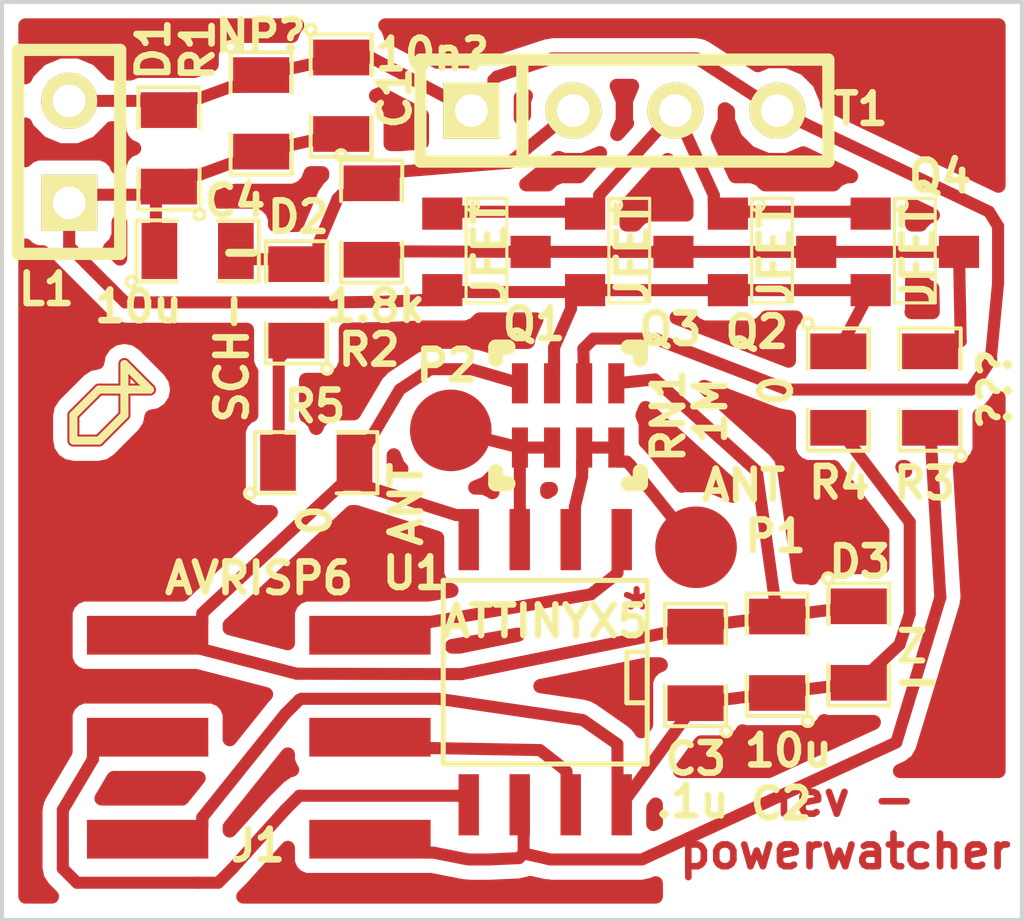
<source format=kicad_pcb>
(kicad_pcb (version 3) (host pcbnew "(2013-jul-07)-stable")

  (general
    (links 52)
    (no_connects 0)
    (area 34.69125 24.03865 61.82007 47.548001)
    (thickness 1.6)
    (drawings 17)
    (tracks 247)
    (zones 0)
    (modules 23)
    (nets 15)
  )

  (page User 150.012 150.012)
  (title_block 
    (rev -)
  )

  (layers
    (15 F.Cu signal)
    (0 B.Cu signal)
    (16 B.Adhes user)
    (17 F.Adhes user)
    (18 B.Paste user)
    (19 F.Paste user)
    (20 B.SilkS user)
    (21 F.SilkS user)
    (22 B.Mask user)
    (23 F.Mask user)
    (24 Dwgs.User user)
    (25 Cmts.User user)
    (26 Eco1.User user)
    (27 Eco2.User user)
    (28 Edge.Cuts user)
  )

  (setup
    (last_trace_width 0.3)
    (trace_clearance 0.3)
    (zone_clearance 0.3556)
    (zone_45_only no)
    (trace_min 0.254)
    (segment_width 0.2)
    (edge_width 0.1)
    (via_size 0.889)
    (via_drill 0.635)
    (via_min_size 0.889)
    (via_min_drill 0.508)
    (uvia_size 0.508)
    (uvia_drill 0.127)
    (uvias_allowed no)
    (uvia_min_size 0.508)
    (uvia_min_drill 0.127)
    (pcb_text_width 0.3)
    (pcb_text_size 1.5 1.5)
    (mod_edge_width 0.15)
    (mod_text_size 0.762 0.762)
    (mod_text_width 0.1651)
    (pad_size 0.325 1.2)
    (pad_drill 0)
    (pad_to_mask_clearance 0)
    (aux_axis_origin 0 0)
    (visible_elements FFFFFFBF)
    (pcbplotparams
      (layerselection 32768)
      (usegerberextensions false)
      (excludeedgelayer true)
      (linewidth 0.150000)
      (plotframeref false)
      (viasonmask false)
      (mode 1)
      (useauxorigin false)
      (hpglpennumber 1)
      (hpglpenspeed 20)
      (hpglpendiameter 15)
      (hpglpenoverlay 2)
      (psnegative false)
      (psa4output false)
      (plotreference true)
      (plotvalue true)
      (plotothertext true)
      (plotinvisibletext false)
      (padsonsilk false)
      (subtractmaskfromsilk false)
      (outputformat 2)
      (mirror false)
      (drillshape 0)
      (scaleselection 1)
      (outputdirectory ""))
  )

  (net 0 "")
  (net 1 +5V)
  (net 2 GND)
  (net 3 INHIBIT)
  (net 4 JFD)
  (net 5 JFS)
  (net 6 N-000001)
  (net 7 N-0000010)
  (net 8 N-0000013)
  (net 9 N-000002)
  (net 10 N-000003)
  (net 11 N-000007)
  (net 12 N-000008)
  (net 13 N-000009)
  (net 14 PLUS)

  (net_class Default "This is the default net class."
    (clearance 0.3)
    (trace_width 0.3)
    (via_dia 0.889)
    (via_drill 0.635)
    (uvia_dia 0.508)
    (uvia_drill 0.127)
    (add_net "")
    (add_net +5V)
    (add_net GND)
    (add_net INHIBIT)
    (add_net JFD)
    (add_net JFS)
    (add_net N-000001)
    (add_net N-0000010)
    (add_net N-0000013)
    (add_net N-000002)
    (add_net N-000003)
    (add_net N-000007)
    (add_net N-000008)
    (add_net N-000009)
    (add_net PLUS)
  )

  (module SOT23 (layer F.Cu) (tedit 56141668) (tstamp 56150BD9)
    (at 48.387 30.861 270)
    (tags SOT23)
    (path /5612E8AB)
    (fp_text reference Q1 (at 1.80086 -1.18364 360) (layer F.SilkS)
      (effects (font (size 0.762 0.762) (thickness 0.1651)))
    )
    (fp_text value JFET (at -0.01524 -0.0762 270) (layer F.SilkS)
      (effects (font (size 0.762 0.762) (thickness 0.1651)))
    )
    (fp_circle (center -1.17602 0.35052) (end -1.30048 0.44958) (layer F.SilkS) (width 0.07874))
    (fp_line (start 1.27 -0.508) (end 1.27 0.508) (layer F.SilkS) (width 0.07874))
    (fp_line (start -1.3335 -0.508) (end -1.3335 0.508) (layer F.SilkS) (width 0.07874))
    (fp_line (start 1.27 0.508) (end -1.3335 0.508) (layer F.SilkS) (width 0.07874))
    (fp_line (start -1.3335 -0.508) (end 1.27 -0.508) (layer F.SilkS) (width 0.07874))
    (pad 3 smd rect (at 0 -1.09982 270) (size 0.8001 1.00076)
      (layers F.Cu F.Paste F.Mask)
      (net 3 INHIBIT)
    )
    (pad 2 smd rect (at 0.9525 1.09982 270) (size 0.8001 1.00076)
      (layers F.Cu F.Paste F.Mask)
      (net 5 JFS)
    )
    (pad 1 smd rect (at -0.9525 1.09982 270) (size 0.8001 1.00076)
      (layers F.Cu F.Paste F.Mask)
      (net 4 JFD)
    )
    (model smd\SOT23_3.wrl
      (at (xyz 0 0 0))
      (scale (xyz 0.4 0.4 0.4))
      (rotate (xyz 0 0 180))
    )
  )

  (module SOT23 (layer F.Cu) (tedit 5614166F) (tstamp 56150BE5)
    (at 59.055 30.861 270)
    (tags SOT23)
    (path /56135679)
    (fp_text reference Q4 (at -1.8796 -0.63246 360) (layer F.SilkS)
      (effects (font (size 0.762 0.762) (thickness 0.1651)))
    )
    (fp_text value JFET (at 0.0762 -0.08382 270) (layer F.SilkS)
      (effects (font (size 0.762 0.762) (thickness 0.1651)))
    )
    (fp_circle (center -1.17602 0.35052) (end -1.30048 0.44958) (layer F.SilkS) (width 0.07874))
    (fp_line (start 1.27 -0.508) (end 1.27 0.508) (layer F.SilkS) (width 0.07874))
    (fp_line (start -1.3335 -0.508) (end -1.3335 0.508) (layer F.SilkS) (width 0.07874))
    (fp_line (start 1.27 0.508) (end -1.3335 0.508) (layer F.SilkS) (width 0.07874))
    (fp_line (start -1.3335 -0.508) (end 1.27 -0.508) (layer F.SilkS) (width 0.07874))
    (pad 3 smd rect (at 0 -1.09982 270) (size 0.8001 1.00076)
      (layers F.Cu F.Paste F.Mask)
      (net 3 INHIBIT)
    )
    (pad 2 smd rect (at 0.9525 1.09982 270) (size 0.8001 1.00076)
      (layers F.Cu F.Paste F.Mask)
      (net 5 JFS)
    )
    (pad 1 smd rect (at -0.9525 1.09982 270) (size 0.8001 1.00076)
      (layers F.Cu F.Paste F.Mask)
      (net 4 JFD)
    )
    (model smd\SOT23_3.wrl
      (at (xyz 0 0 0))
      (scale (xyz 0.4 0.4 0.4))
      (rotate (xyz 0 0 180))
    )
  )

  (module SOT23 (layer F.Cu) (tedit 5614166B) (tstamp 56150BF1)
    (at 55.499 30.861 270)
    (tags SOT23)
    (path /56135569)
    (fp_text reference Q2 (at 1.99644 0.381 360) (layer F.SilkS)
      (effects (font (size 0.762 0.762) (thickness 0.1651)))
    )
    (fp_text value JFET (at 0.06858 -0.08128 270) (layer F.SilkS)
      (effects (font (size 0.762 0.762) (thickness 0.1651)))
    )
    (fp_circle (center -1.17602 0.35052) (end -1.30048 0.44958) (layer F.SilkS) (width 0.07874))
    (fp_line (start 1.27 -0.508) (end 1.27 0.508) (layer F.SilkS) (width 0.07874))
    (fp_line (start -1.3335 -0.508) (end -1.3335 0.508) (layer F.SilkS) (width 0.07874))
    (fp_line (start 1.27 0.508) (end -1.3335 0.508) (layer F.SilkS) (width 0.07874))
    (fp_line (start -1.3335 -0.508) (end 1.27 -0.508) (layer F.SilkS) (width 0.07874))
    (pad 3 smd rect (at 0 -1.09982 270) (size 0.8001 1.00076)
      (layers F.Cu F.Paste F.Mask)
      (net 3 INHIBIT)
    )
    (pad 2 smd rect (at 0.9525 1.09982 270) (size 0.8001 1.00076)
      (layers F.Cu F.Paste F.Mask)
      (net 5 JFS)
    )
    (pad 1 smd rect (at -0.9525 1.09982 270) (size 0.8001 1.00076)
      (layers F.Cu F.Paste F.Mask)
      (net 4 JFD)
    )
    (model smd\SOT23_3.wrl
      (at (xyz 0 0 0))
      (scale (xyz 0.4 0.4 0.4))
      (rotate (xyz 0 0 180))
    )
  )

  (module SOT23 (layer F.Cu) (tedit 56141666) (tstamp 56150BFD)
    (at 51.943 30.861 270)
    (tags SOT23)
    (path /5613566D)
    (fp_text reference Q3 (at 1.92532 -1.02362 360) (layer F.SilkS)
      (effects (font (size 0.762 0.762) (thickness 0.1651)))
    )
    (fp_text value JFET (at 0.02032 -0.08128 270) (layer F.SilkS)
      (effects (font (size 0.762 0.762) (thickness 0.1651)))
    )
    (fp_circle (center -1.17602 0.35052) (end -1.30048 0.44958) (layer F.SilkS) (width 0.07874))
    (fp_line (start 1.27 -0.508) (end 1.27 0.508) (layer F.SilkS) (width 0.07874))
    (fp_line (start -1.3335 -0.508) (end -1.3335 0.508) (layer F.SilkS) (width 0.07874))
    (fp_line (start 1.27 0.508) (end -1.3335 0.508) (layer F.SilkS) (width 0.07874))
    (fp_line (start -1.3335 -0.508) (end 1.27 -0.508) (layer F.SilkS) (width 0.07874))
    (pad 3 smd rect (at 0 -1.09982 270) (size 0.8001 1.00076)
      (layers F.Cu F.Paste F.Mask)
      (net 3 INHIBIT)
    )
    (pad 2 smd rect (at 0.9525 1.09982 270) (size 0.8001 1.00076)
      (layers F.Cu F.Paste F.Mask)
      (net 5 JFS)
    )
    (pad 1 smd rect (at -0.9525 1.09982 270) (size 0.8001 1.00076)
      (layers F.Cu F.Paste F.Mask)
      (net 4 JFD)
    )
    (model smd\SOT23_3.wrl
      (at (xyz 0 0 0))
      (scale (xyz 0.4 0.4 0.4))
      (rotate (xyz 0 0 180))
    )
  )

  (module SM0805 (layer F.Cu) (tedit 56153983) (tstamp 56150C0A)
    (at 40.4788 28.2823 90)
    (path /56140119)
    (attr smd)
    (fp_text reference D1 (at 2.46574 -0.3849 90) (layer F.SilkS)
      (effects (font (size 0.762 0.762) (thickness 0.1651)))
    )
    (fp_text value D5V0L1B2T-7 (at -0.9277 1.4312 90) (layer F.SilkS) hide
      (effects (font (size 0.762 0.762) (thickness 0.1651)))
    )
    (fp_circle (center -1.651 0.762) (end -1.651 0.635) (layer F.SilkS) (width 0.09906))
    (fp_line (start -0.508 0.762) (end -1.524 0.762) (layer F.SilkS) (width 0.09906))
    (fp_line (start -1.524 0.762) (end -1.524 -0.762) (layer F.SilkS) (width 0.09906))
    (fp_line (start -1.524 -0.762) (end -0.508 -0.762) (layer F.SilkS) (width 0.09906))
    (fp_line (start 0.508 -0.762) (end 1.524 -0.762) (layer F.SilkS) (width 0.09906))
    (fp_line (start 1.524 -0.762) (end 1.524 0.762) (layer F.SilkS) (width 0.09906))
    (fp_line (start 1.524 0.762) (end 0.508 0.762) (layer F.SilkS) (width 0.09906))
    (pad 1 smd rect (at -0.9525 0 90) (size 0.889 1.397)
      (layers F.Cu F.Paste F.Mask)
      (net 5 JFS)
    )
    (pad 2 smd rect (at 0.9525 0 90) (size 0.889 1.397)
      (layers F.Cu F.Paste F.Mask)
      (net 14 PLUS)
    )
    (model smd/chip_cms.wrl
      (at (xyz 0 0 0))
      (scale (xyz 0.1 0.1 0.1))
      (rotate (xyz 0 0 0))
    )
  )

  (module SM0805 (layer F.Cu) (tedit 5614153A) (tstamp 56150C17)
    (at 45.5274 30.1043 270)
    (path /5612EED4)
    (attr smd)
    (fp_text reference R2 (at 3.1951 0.0614 360) (layer F.SilkS)
      (effects (font (size 0.762 0.762) (thickness 0.1651)))
    )
    (fp_text value 1.8k (at 2.1029 -0.091 360) (layer F.SilkS)
      (effects (font (size 0.762 0.762) (thickness 0.1651)))
    )
    (fp_circle (center -1.651 0.762) (end -1.651 0.635) (layer F.SilkS) (width 0.09906))
    (fp_line (start -0.508 0.762) (end -1.524 0.762) (layer F.SilkS) (width 0.09906))
    (fp_line (start -1.524 0.762) (end -1.524 -0.762) (layer F.SilkS) (width 0.09906))
    (fp_line (start -1.524 -0.762) (end -0.508 -0.762) (layer F.SilkS) (width 0.09906))
    (fp_line (start 0.508 -0.762) (end 1.524 -0.762) (layer F.SilkS) (width 0.09906))
    (fp_line (start 1.524 -0.762) (end 1.524 0.762) (layer F.SilkS) (width 0.09906))
    (fp_line (start 1.524 0.762) (end 0.508 0.762) (layer F.SilkS) (width 0.09906))
    (pad 1 smd rect (at -0.9525 0 270) (size 0.889 1.397)
      (layers F.Cu F.Paste F.Mask)
      (net 8 N-0000013)
    )
    (pad 2 smd rect (at 0.9525 0 270) (size 0.889 1.397)
      (layers F.Cu F.Paste F.Mask)
      (net 3 INHIBIT)
    )
    (model smd/chip_cms.wrl
      (at (xyz 0 0 0))
      (scale (xyz 0.1 0.1 0.1))
      (rotate (xyz 0 0 0))
    )
  )

  (module SM0805 (layer F.Cu) (tedit 561539A7) (tstamp 56150C24)
    (at 43.6538 32.1195 90)
    (path /5612EFE2)
    (attr smd)
    (fp_text reference D2 (at 2.12464 0.04944 180) (layer F.SilkS)
      (effects (font (size 0.762 0.762) (thickness 0.1651)))
    )
    (fp_text value SCH- (at -1.36024 -1.6041 90) (layer F.SilkS)
      (effects (font (size 0.762 0.762) (thickness 0.1651)))
    )
    (fp_circle (center -1.651 0.762) (end -1.651 0.635) (layer F.SilkS) (width 0.09906))
    (fp_line (start -0.508 0.762) (end -1.524 0.762) (layer F.SilkS) (width 0.09906))
    (fp_line (start -1.524 0.762) (end -1.524 -0.762) (layer F.SilkS) (width 0.09906))
    (fp_line (start -1.524 -0.762) (end -0.508 -0.762) (layer F.SilkS) (width 0.09906))
    (fp_line (start 0.508 -0.762) (end 1.524 -0.762) (layer F.SilkS) (width 0.09906))
    (fp_line (start 1.524 -0.762) (end 1.524 0.762) (layer F.SilkS) (width 0.09906))
    (fp_line (start 1.524 0.762) (end 0.508 0.762) (layer F.SilkS) (width 0.09906))
    (pad 1 smd rect (at -0.9525 0 90) (size 0.889 1.397)
      (layers F.Cu F.Paste F.Mask)
      (net 13 N-000009)
    )
    (pad 2 smd rect (at 0.9525 0 90) (size 0.889 1.397)
      (layers F.Cu F.Paste F.Mask)
      (net 8 N-0000013)
    )
    (model smd/chip_cms.wrl
      (at (xyz 0 0 0))
      (scale (xyz 0.1 0.1 0.1))
      (rotate (xyz 0 0 0))
    )
  )

  (module SM0805 (layer F.Cu) (tedit 56141558) (tstamp 56150C31)
    (at 57.658 40.64 270)
    (path /5612F047)
    (attr smd)
    (fp_text reference D3 (at -2.0574 -0.0254 360) (layer F.SilkS)
      (effects (font (size 0.762 0.762) (thickness 0.1651)))
    )
    (fp_text value 4.7V-MM3Z4V7T1G (at 0 0.381 270) (layer F.SilkS) hide
      (effects (font (size 0.762 0.762) (thickness 0.1651)))
    )
    (fp_circle (center -1.651 0.762) (end -1.651 0.635) (layer F.SilkS) (width 0.09906))
    (fp_line (start -0.508 0.762) (end -1.524 0.762) (layer F.SilkS) (width 0.09906))
    (fp_line (start -1.524 0.762) (end -1.524 -0.762) (layer F.SilkS) (width 0.09906))
    (fp_line (start -1.524 -0.762) (end -0.508 -0.762) (layer F.SilkS) (width 0.09906))
    (fp_line (start 0.508 -0.762) (end 1.524 -0.762) (layer F.SilkS) (width 0.09906))
    (fp_line (start 1.524 -0.762) (end 1.524 0.762) (layer F.SilkS) (width 0.09906))
    (fp_line (start 1.524 0.762) (end 0.508 0.762) (layer F.SilkS) (width 0.09906))
    (pad 1 smd rect (at -0.9525 0 270) (size 0.889 1.397)
      (layers F.Cu F.Paste F.Mask)
      (net 2 GND)
    )
    (pad 2 smd rect (at 0.9525 0 270) (size 0.889 1.397)
      (layers F.Cu F.Paste F.Mask)
      (net 1 +5V)
    )
    (model smd/chip_cms.wrl
      (at (xyz 0 0 0))
      (scale (xyz 0.1 0.1 0.1))
      (rotate (xyz 0 0 0))
    )
  )

  (module SM0805 (layer F.Cu) (tedit 5614155F) (tstamp 56150C3E)
    (at 55.626 40.894 90)
    (path /5612F1DA)
    (attr smd)
    (fp_text reference C2 (at -3.7084 0.1016 180) (layer F.SilkS)
      (effects (font (size 0.762 0.762) (thickness 0.1651)))
    )
    (fp_text value 10u (at -2.3876 0.2794 180) (layer F.SilkS)
      (effects (font (size 0.762 0.762) (thickness 0.1651)))
    )
    (fp_circle (center -1.651 0.762) (end -1.651 0.635) (layer F.SilkS) (width 0.09906))
    (fp_line (start -0.508 0.762) (end -1.524 0.762) (layer F.SilkS) (width 0.09906))
    (fp_line (start -1.524 0.762) (end -1.524 -0.762) (layer F.SilkS) (width 0.09906))
    (fp_line (start -1.524 -0.762) (end -0.508 -0.762) (layer F.SilkS) (width 0.09906))
    (fp_line (start 0.508 -0.762) (end 1.524 -0.762) (layer F.SilkS) (width 0.09906))
    (fp_line (start 1.524 -0.762) (end 1.524 0.762) (layer F.SilkS) (width 0.09906))
    (fp_line (start 1.524 0.762) (end 0.508 0.762) (layer F.SilkS) (width 0.09906))
    (pad 1 smd rect (at -0.9525 0 90) (size 0.889 1.397)
      (layers F.Cu F.Paste F.Mask)
      (net 1 +5V)
    )
    (pad 2 smd rect (at 0.9525 0 90) (size 0.889 1.397)
      (layers F.Cu F.Paste F.Mask)
      (net 2 GND)
    )
    (model smd/chip_cms.wrl
      (at (xyz 0 0 0))
      (scale (xyz 0.1 0.1 0.1))
      (rotate (xyz 0 0 0))
    )
  )

  (module SM0805 (layer F.Cu) (tedit 56141565) (tstamp 56150C4B)
    (at 53.594 41.148 90)
    (path /5612F209)
    (attr smd)
    (fp_text reference C3 (at -2.3368 0 180) (layer F.SilkS)
      (effects (font (size 0.762 0.762) (thickness 0.1651)))
    )
    (fp_text value .1u (at -3.4036 -0.0762 180) (layer F.SilkS)
      (effects (font (size 0.762 0.762) (thickness 0.1651)))
    )
    (fp_circle (center -1.651 0.762) (end -1.651 0.635) (layer F.SilkS) (width 0.09906))
    (fp_line (start -0.508 0.762) (end -1.524 0.762) (layer F.SilkS) (width 0.09906))
    (fp_line (start -1.524 0.762) (end -1.524 -0.762) (layer F.SilkS) (width 0.09906))
    (fp_line (start -1.524 -0.762) (end -0.508 -0.762) (layer F.SilkS) (width 0.09906))
    (fp_line (start 0.508 -0.762) (end 1.524 -0.762) (layer F.SilkS) (width 0.09906))
    (fp_line (start 1.524 -0.762) (end 1.524 0.762) (layer F.SilkS) (width 0.09906))
    (fp_line (start 1.524 0.762) (end 0.508 0.762) (layer F.SilkS) (width 0.09906))
    (pad 1 smd rect (at -0.9525 0 90) (size 0.889 1.397)
      (layers F.Cu F.Paste F.Mask)
      (net 1 +5V)
    )
    (pad 2 smd rect (at 0.9525 0 90) (size 0.889 1.397)
      (layers F.Cu F.Paste F.Mask)
      (net 2 GND)
    )
    (model smd/chip_cms.wrl
      (at (xyz 0 0 0))
      (scale (xyz 0.1 0.1 0.1))
      (rotate (xyz 0 0 0))
    )
  )

  (module SM0805 (layer F.Cu) (tedit 56153819) (tstamp 56150C58)
    (at 59.436 34.29 90)
    (path /56135686)
    (attr smd)
    (fp_text reference R3 (at -2.3368 -0.1397 180) (layer F.SilkS)
      (effects (font (size 0.762 0.762) (thickness 0.1651)))
    )
    (fp_text value ??? (at 0.01016 1.62052 90) (layer F.SilkS)
      (effects (font (size 0.762 0.762) (thickness 0.1651)))
    )
    (fp_circle (center -1.651 0.762) (end -1.651 0.635) (layer F.SilkS) (width 0.09906))
    (fp_line (start -0.508 0.762) (end -1.524 0.762) (layer F.SilkS) (width 0.09906))
    (fp_line (start -1.524 0.762) (end -1.524 -0.762) (layer F.SilkS) (width 0.09906))
    (fp_line (start -1.524 -0.762) (end -0.508 -0.762) (layer F.SilkS) (width 0.09906))
    (fp_line (start 0.508 -0.762) (end 1.524 -0.762) (layer F.SilkS) (width 0.09906))
    (fp_line (start 1.524 -0.762) (end 1.524 0.762) (layer F.SilkS) (width 0.09906))
    (fp_line (start 1.524 0.762) (end 0.508 0.762) (layer F.SilkS) (width 0.09906))
    (pad 1 smd rect (at -0.9525 0 90) (size 0.889 1.397)
      (layers F.Cu F.Paste F.Mask)
      (net 10 N-000003)
    )
    (pad 2 smd rect (at 0.9525 0 90) (size 0.889 1.397)
      (layers F.Cu F.Paste F.Mask)
      (net 3 INHIBIT)
    )
    (model smd/chip_cms.wrl
      (at (xyz 0 0 0))
      (scale (xyz 0.1 0.1 0.1))
      (rotate (xyz 0 0 0))
    )
  )

  (module SM0805 (layer F.Cu) (tedit 56153800) (tstamp 56150C65)
    (at 44.77004 26.97226 270)
    (path /5612F6CF)
    (attr smd)
    (fp_text reference C1 (at 0.05334 -1.33096 270) (layer F.SilkS)
      (effects (font (size 0.762 0.762) (thickness 0.1651)))
    )
    (fp_text value 10n? (at -1.0277 -2.2724 360) (layer F.SilkS)
      (effects (font (size 0.762 0.762) (thickness 0.1651)))
    )
    (fp_circle (center -1.651 0.762) (end -1.651 0.635) (layer F.SilkS) (width 0.09906))
    (fp_line (start -0.508 0.762) (end -1.524 0.762) (layer F.SilkS) (width 0.09906))
    (fp_line (start -1.524 0.762) (end -1.524 -0.762) (layer F.SilkS) (width 0.09906))
    (fp_line (start -1.524 -0.762) (end -0.508 -0.762) (layer F.SilkS) (width 0.09906))
    (fp_line (start 0.508 -0.762) (end 1.524 -0.762) (layer F.SilkS) (width 0.09906))
    (fp_line (start 1.524 -0.762) (end 1.524 0.762) (layer F.SilkS) (width 0.09906))
    (fp_line (start 1.524 0.762) (end 0.508 0.762) (layer F.SilkS) (width 0.09906))
    (pad 1 smd rect (at -0.9525 0 270) (size 0.889 1.397)
      (layers F.Cu F.Paste F.Mask)
      (net 14 PLUS)
    )
    (pad 2 smd rect (at 0.9525 0 270) (size 0.889 1.397)
      (layers F.Cu F.Paste F.Mask)
      (net 5 JFS)
    )
    (model smd/chip_cms.wrl
      (at (xyz 0 0 0))
      (scale (xyz 0.1 0.1 0.1))
      (rotate (xyz 0 0 0))
    )
  )

  (module SM0805 (layer F.Cu) (tedit 56153985) (tstamp 56150C72)
    (at 42.776 27.4107 270)
    (path /56133D15)
    (attr smd)
    (fp_text reference R1 (at -1.57636 1.57974 270) (layer F.SilkS)
      (effects (font (size 0.762 0.762) (thickness 0.1651)))
    )
    (fp_text value NP? (at -1.93196 0.0151 360) (layer F.SilkS)
      (effects (font (size 0.762 0.762) (thickness 0.1651)))
    )
    (fp_circle (center -1.651 0.762) (end -1.651 0.635) (layer F.SilkS) (width 0.09906))
    (fp_line (start -0.508 0.762) (end -1.524 0.762) (layer F.SilkS) (width 0.09906))
    (fp_line (start -1.524 0.762) (end -1.524 -0.762) (layer F.SilkS) (width 0.09906))
    (fp_line (start -1.524 -0.762) (end -0.508 -0.762) (layer F.SilkS) (width 0.09906))
    (fp_line (start 0.508 -0.762) (end 1.524 -0.762) (layer F.SilkS) (width 0.09906))
    (fp_line (start 1.524 -0.762) (end 1.524 0.762) (layer F.SilkS) (width 0.09906))
    (fp_line (start 1.524 0.762) (end 0.508 0.762) (layer F.SilkS) (width 0.09906))
    (pad 1 smd rect (at -0.9525 0 270) (size 0.889 1.397)
      (layers F.Cu F.Paste F.Mask)
      (net 14 PLUS)
    )
    (pad 2 smd rect (at 0.9525 0 270) (size 0.889 1.397)
      (layers F.Cu F.Paste F.Mask)
      (net 5 JFS)
    )
    (model smd/chip_cms.wrl
      (at (xyz 0 0 0))
      (scale (xyz 0.1 0.1 0.1))
      (rotate (xyz 0 0 0))
    )
  )

  (module SIL-4 (layer F.Cu) (tedit 56141506) (tstamp 56150C81)
    (at 51.8214 27.3422)
    (descr "Connecteur 4 pibs")
    (tags "CONN DEV")
    (path /5612E8E9)
    (fp_text reference T1 (at 5.8874 -0.0372) (layer F.SilkS)
      (effects (font (size 0.762 0.762) (thickness 0.1651)))
    )
    (fp_text value TRANSFO (at 0 -2.54) (layer F.SilkS) hide
      (effects (font (size 0.762 0.762) (thickness 0.1651)))
    )
    (fp_line (start -5.08 -1.27) (end -5.08 -1.27) (layer F.SilkS) (width 0.3048))
    (fp_line (start -5.08 1.27) (end -5.08 -1.27) (layer F.SilkS) (width 0.3048))
    (fp_line (start -5.08 -1.27) (end -5.08 -1.27) (layer F.SilkS) (width 0.3048))
    (fp_line (start -5.08 -1.27) (end 5.08 -1.27) (layer F.SilkS) (width 0.3048))
    (fp_line (start 5.08 -1.27) (end 5.08 1.27) (layer F.SilkS) (width 0.3048))
    (fp_line (start 5.08 1.27) (end -5.08 1.27) (layer F.SilkS) (width 0.3048))
    (fp_line (start -2.54 1.27) (end -2.54 -1.27) (layer F.SilkS) (width 0.3048))
    (pad 1 thru_hole rect (at -3.81 0) (size 1.397 1.397) (drill 0.8128)
      (layers *.Cu *.Mask F.SilkS)
      (net 14 PLUS)
    )
    (pad 2 thru_hole circle (at -1.27 0) (size 1.397 1.397) (drill 0.8128)
      (layers *.Cu *.Mask F.SilkS)
      (net 8 N-0000013)
    )
    (pad 3 thru_hole circle (at 1.27 0) (size 1.397 1.397) (drill 0.8128)
      (layers *.Cu *.Mask F.SilkS)
      (net 4 JFD)
    )
    (pad 4 thru_hole circle (at 3.81 0) (size 1.397 1.397) (drill 0.8128)
      (layers *.Cu *.Mask F.SilkS)
      (net 14 PLUS)
    )
  )

  (module SIL-2 (layer F.Cu) (tedit 5615399D) (tstamp 56150C8B)
    (at 37.9948 28.3703 90)
    (descr "Connecteurs 2 pins")
    (tags "CONN DEV")
    (path /5612ED0B)
    (fp_text reference L1 (at -3.42034 -0.5679 180) (layer F.SilkS)
      (effects (font (size 0.762 0.762) (thickness 0.1651)))
    )
    (fp_text value "500 Turns" (at 0 -2.54 90) (layer F.SilkS) hide
      (effects (font (size 0.762 0.762) (thickness 0.1651)))
    )
    (fp_line (start -2.54 1.27) (end -2.54 -1.27) (layer F.SilkS) (width 0.3048))
    (fp_line (start -2.54 -1.27) (end 2.54 -1.27) (layer F.SilkS) (width 0.3048))
    (fp_line (start 2.54 -1.27) (end 2.54 1.27) (layer F.SilkS) (width 0.3048))
    (fp_line (start 2.54 1.27) (end -2.54 1.27) (layer F.SilkS) (width 0.3048))
    (pad 1 thru_hole rect (at -1.27 0 90) (size 1.397 1.397) (drill 0.8128)
      (layers *.Cu *.Mask F.SilkS)
      (net 5 JFS)
    )
    (pad 2 thru_hole circle (at 1.27 0 90) (size 1.397 1.397) (drill 0.8128)
      (layers *.Cu *.Mask F.SilkS)
      (net 14 PLUS)
    )
  )

  (module NETWORK1206 (layer F.Cu) (tedit 56141662) (tstamp 56150C9F)
    (at 50.4204 34.934)
    (path /56135816)
    (fp_text reference RN1 (at 2.5 0 90) (layer F.SilkS)
      (effects (font (size 0.762 0.762) (thickness 0.1651)))
    )
    (fp_text value 1M (at 3.5419 -0.12076 90) (layer F.SilkS)
      (effects (font (size 0.762 0.762) (thickness 0.1651)))
    )
    (fp_line (start 1.8 1.4) (end 1.8 1.7) (layer F.SilkS) (width 0.381))
    (fp_line (start 1.8 1.7) (end 1.5 1.7) (layer F.SilkS) (width 0.381))
    (fp_line (start -1.8 -1.4) (end -1.8 -1.7) (layer F.SilkS) (width 0.381))
    (fp_line (start -1.8 -1.7) (end -1.5 -1.7) (layer F.SilkS) (width 0.381))
    (fp_line (start 1.5 -1.7) (end 1.8 -1.7) (layer F.SilkS) (width 0.381))
    (fp_line (start 1.8 -1.7) (end 1.8 -1.4) (layer F.SilkS) (width 0.381))
    (fp_line (start -1.8 1.4) (end -1.8 1.7) (layer F.SilkS) (width 0.381))
    (fp_line (start -1.8 1.7) (end -1.5 1.7) (layer F.SilkS) (width 0.381))
    (pad 1 smd rect (at -1.2 0.8) (size 0.4 1)
      (layers F.Cu F.Paste F.Mask)
      (net 7 N-0000010)
    )
    (pad 2 smd rect (at -0.4 0.8) (size 0.4 1)
      (layers F.Cu F.Paste F.Mask)
      (net 7 N-0000010)
    )
    (pad 3 smd rect (at 0.4 0.8) (size 0.4 1)
      (layers F.Cu F.Paste F.Mask)
      (net 9 N-000002)
    )
    (pad 4 smd rect (at 1.2 0.8) (size 0.4 1)
      (layers F.Cu F.Paste F.Mask)
      (net 9 N-000002)
    )
    (pad 5 smd rect (at 1.2 -0.8) (size 0.4 1)
      (layers F.Cu F.Paste F.Mask)
      (net 2 GND)
    )
    (pad 6 smd rect (at 0.4 -0.8) (size 0.4 1)
      (layers F.Cu F.Paste F.Mask)
      (net 14 PLUS)
    )
    (pad 7 smd rect (at -0.4 -0.8) (size 0.4 1)
      (layers F.Cu F.Paste F.Mask)
      (net 5 JFS)
    )
    (pad 8 smd rect (at -1.2 -0.8) (size 0.4 1)
      (layers F.Cu F.Paste F.Mask)
      (net 2 GND)
    )
  )

  (module .1SMTPIN (layer F.Cu) (tedit 56153A15) (tstamp 56150CA4)
    (at 53.6067 38.2174)
    (path /56135BA9)
    (fp_text reference P1 (at 1.97358 -0.27488) (layer F.SilkS)
      (effects (font (size 0.762 0.762) (thickness 0.1651)))
    )
    (fp_text value ANT (at 1.1811 -1.5398) (layer F.SilkS)
      (effects (font (size 0.762 0.762) (thickness 0.1651)))
    )
    (pad 1 smd circle (at 0 0) (size 2.032 2.032)
      (layers F.Cu F.Paste F.Mask)
      (net 9 N-000002)
    )
  )

  (module SO8WIDE (layer F.Cu) (tedit 5614165D) (tstamp 561536E7)
    (at 49.8503 41.3282 180)
    (tags "CMS SOJ")
    (path /5612F3BA)
    (attr smd)
    (fp_text reference U1 (at 3.2667 2.4662 180) (layer F.SilkS)
      (effects (font (size 0.762 0.762) (thickness 0.1651)))
    )
    (fp_text value ATTINYX5 (at 0 1.27 180) (layer F.SilkS)
      (effects (font (size 0.762 0.762) (thickness 0.1651)))
    )
    (fp_line (start -2.54 -2.286) (end 2.54 -2.286) (layer F.SilkS) (width 0.127))
    (fp_line (start 2.54 -2.286) (end 2.54 2.286) (layer F.SilkS) (width 0.127))
    (fp_line (start 2.54 2.286) (end -2.54 2.286) (layer F.SilkS) (width 0.127))
    (fp_line (start -2.54 2.286) (end -2.54 -2.286) (layer F.SilkS) (width 0.127))
    (fp_line (start -2.54 -0.762) (end -2.032 -0.762) (layer F.SilkS) (width 0.127))
    (fp_line (start -2.032 -0.762) (end -2.032 0.508) (layer F.SilkS) (width 0.127))
    (fp_line (start -2.032 0.508) (end -2.54 0.508) (layer F.SilkS) (width 0.127))
    (pad 8 smd rect (at -1.905 -3.302 180) (size 0.508 1.524)
      (layers F.Cu F.Paste F.Mask)
      (net 1 +5V)
    )
    (pad 7 smd rect (at -0.635 -3.302 180) (size 0.508 1.524)
      (layers F.Cu F.Paste F.Mask)
      (net 12 N-000008)
    )
    (pad 6 smd rect (at 0.635 -3.302 180) (size 0.508 1.524)
      (layers F.Cu F.Paste F.Mask)
      (net 10 N-000003)
    )
    (pad 5 smd rect (at 1.905 -3.302 180) (size 0.508 1.524)
      (layers F.Cu F.Paste F.Mask)
      (net 6 N-000001)
    )
    (pad 4 smd rect (at 1.905 3.302 180) (size 0.508 1.524)
      (layers F.Cu F.Paste F.Mask)
      (net 2 GND)
    )
    (pad 3 smd rect (at 0.635 3.302 180) (size 0.508 1.524)
      (layers F.Cu F.Paste F.Mask)
      (net 7 N-0000010)
    )
    (pad 2 smd rect (at -0.635 3.302 180) (size 0.508 1.524)
      (layers F.Cu F.Paste F.Mask)
      (net 9 N-000002)
    )
    (pad 1 smd rect (at -1.905 3.302 180) (size 0.508 1.524)
      (layers F.Cu F.Paste F.Mask)
      (net 11 N-000007)
    )
    (model smd/cms_so8.wrl
      (at (xyz 0 0 0))
      (scale (xyz 0.5 0.38 0.5))
      (rotate (xyz 0 0 0))
    )
  )

  (module RIBBON6SMT (layer F.Cu) (tedit 56141653) (tstamp 5615395D)
    (at 39.9483 45.4882 90)
    (path /5612F427)
    (fp_text reference J1 (at -0.1556 2.7491 180) (layer F.SilkS)
      (effects (font (size 0.762 0.762) (thickness 0.1651)))
    )
    (fp_text value AVRISP6 (at 6.4992 2.7745 180) (layer F.SilkS)
      (effects (font (size 0.762 0.762) (thickness 0.1651)))
    )
    (pad 2 smd rect (at 0 0 90) (size 0.9652 3.0226)
      (layers F.Cu F.Paste F.Mask)
      (net 1 +5V)
    )
    (pad 4 smd rect (at 2.54 0 90) (size 0.9652 3.0226)
      (layers F.Cu F.Paste F.Mask)
      (net 6 N-000001)
    )
    (pad 6 smd rect (at 5.08 0 90) (size 0.9652 3.0226)
      (layers F.Cu F.Paste F.Mask)
      (net 2 GND)
    )
    (pad 1 smd rect (at 0 5.5372 90) (size 0.9652 3.0226)
      (layers F.Cu F.Paste F.Mask)
      (net 10 N-000003)
    )
    (pad 3 smd rect (at 2.54 5.5372 90) (size 0.9652 3.0226)
      (layers F.Cu F.Paste F.Mask)
      (net 12 N-000008)
    )
    (pad 5 smd rect (at 5.08 5.5372 90) (size 0.9652 3.0226)
      (layers F.Cu F.Paste F.Mask)
      (net 11 N-000007)
    )
  )

  (module SM0805 (layer F.Cu) (tedit 56153813) (tstamp 56153BBA)
    (at 57.15 34.29 270)
    (path /56141548)
    (attr smd)
    (fp_text reference R4 (at 2.31902 -0.03048 360) (layer F.SilkS)
      (effects (font (size 0.762 0.762) (thickness 0.1651)))
    )
    (fp_text value 0 (at 0.0254 1.55194 270) (layer F.SilkS)
      (effects (font (size 0.762 0.762) (thickness 0.1651)))
    )
    (fp_circle (center -1.651 0.762) (end -1.651 0.635) (layer F.SilkS) (width 0.09906))
    (fp_line (start -0.508 0.762) (end -1.524 0.762) (layer F.SilkS) (width 0.09906))
    (fp_line (start -1.524 0.762) (end -1.524 -0.762) (layer F.SilkS) (width 0.09906))
    (fp_line (start -1.524 -0.762) (end -0.508 -0.762) (layer F.SilkS) (width 0.09906))
    (fp_line (start 0.508 -0.762) (end 1.524 -0.762) (layer F.SilkS) (width 0.09906))
    (fp_line (start 1.524 -0.762) (end 1.524 0.762) (layer F.SilkS) (width 0.09906))
    (fp_line (start 1.524 0.762) (end 0.508 0.762) (layer F.SilkS) (width 0.09906))
    (pad 1 smd rect (at -0.9525 0 270) (size 0.889 1.397)
      (layers F.Cu F.Paste F.Mask)
      (net 5 JFS)
    )
    (pad 2 smd rect (at 0.9525 0 270) (size 0.889 1.397)
      (layers F.Cu F.Paste F.Mask)
      (net 1 +5V)
    )
    (model smd/chip_cms.wrl
      (at (xyz 0 0 0))
      (scale (xyz 0.1 0.1 0.1))
      (rotate (xyz 0 0 0))
    )
  )

  (module .1SMTPIN (layer F.Cu) (tedit 56153A10) (tstamp 56153BD1)
    (at 47.498 35.306)
    (path /5614173C)
    (fp_text reference P2 (at -0.09652 -1.6129) (layer F.SilkS)
      (effects (font (size 0.762 0.762) (thickness 0.1651)))
    )
    (fp_text value ANT (at -1.10998 1.83642 90) (layer F.SilkS)
      (effects (font (size 0.762 0.762) (thickness 0.1651)))
    )
    (pad 1 smd circle (at 0 0) (size 2.032 2.032)
      (layers F.Cu F.Paste F.Mask)
      (net 7 N-0000010)
    )
  )

  (module SM0805 (layer F.Cu) (tedit 5615399B) (tstamp 5615390B)
    (at 41.19372 30.83814)
    (path /56153977)
    (attr smd)
    (fp_text reference C4 (at 0.9271 -1.25222) (layer F.SilkS)
      (effects (font (size 0.762 0.762) (thickness 0.1651)))
    )
    (fp_text value 10u (at -1.4732 1.37922) (layer F.SilkS)
      (effects (font (size 0.762 0.762) (thickness 0.1651)))
    )
    (fp_circle (center -1.651 0.762) (end -1.651 0.635) (layer F.SilkS) (width 0.09906))
    (fp_line (start -0.508 0.762) (end -1.524 0.762) (layer F.SilkS) (width 0.09906))
    (fp_line (start -1.524 0.762) (end -1.524 -0.762) (layer F.SilkS) (width 0.09906))
    (fp_line (start -1.524 -0.762) (end -0.508 -0.762) (layer F.SilkS) (width 0.09906))
    (fp_line (start 0.508 -0.762) (end 1.524 -0.762) (layer F.SilkS) (width 0.09906))
    (fp_line (start 1.524 -0.762) (end 1.524 0.762) (layer F.SilkS) (width 0.09906))
    (fp_line (start 1.524 0.762) (end 0.508 0.762) (layer F.SilkS) (width 0.09906))
    (pad 1 smd rect (at -0.9525 0) (size 0.889 1.397)
      (layers F.Cu F.Paste F.Mask)
      (net 5 JFS)
    )
    (pad 2 smd rect (at 0.9525 0) (size 0.889 1.397)
      (layers F.Cu F.Paste F.Mask)
      (net 8 N-0000013)
    )
    (model smd/chip_cms.wrl
      (at (xyz 0 0 0))
      (scale (xyz 0.1 0.1 0.1))
      (rotate (xyz 0 0 0))
    )
  )

  (module SM0805 (layer F.Cu) (tedit 561539AF) (tstamp 56153918)
    (at 44.14774 36.11118)
    (path /56153B65)
    (attr smd)
    (fp_text reference R5 (at -0.03556 -1.40462) (layer F.SilkS)
      (effects (font (size 0.762 0.762) (thickness 0.1651)))
    )
    (fp_text value 0 (at -0.03556 1.44018 90) (layer F.SilkS)
      (effects (font (size 0.762 0.762) (thickness 0.1651)))
    )
    (fp_circle (center -1.651 0.762) (end -1.651 0.635) (layer F.SilkS) (width 0.09906))
    (fp_line (start -0.508 0.762) (end -1.524 0.762) (layer F.SilkS) (width 0.09906))
    (fp_line (start -1.524 0.762) (end -1.524 -0.762) (layer F.SilkS) (width 0.09906))
    (fp_line (start -1.524 -0.762) (end -0.508 -0.762) (layer F.SilkS) (width 0.09906))
    (fp_line (start 0.508 -0.762) (end 1.524 -0.762) (layer F.SilkS) (width 0.09906))
    (fp_line (start 1.524 -0.762) (end 1.524 0.762) (layer F.SilkS) (width 0.09906))
    (fp_line (start 1.524 0.762) (end 0.508 0.762) (layer F.SilkS) (width 0.09906))
    (pad 1 smd rect (at -0.9525 0) (size 0.889 1.397)
      (layers F.Cu F.Paste F.Mask)
      (net 13 N-000009)
    )
    (pad 2 smd rect (at 0.9525 0) (size 0.889 1.397)
      (layers F.Cu F.Paste F.Mask)
      (net 2 GND)
    )
    (model smd/chip_cms.wrl
      (at (xyz 0 0 0))
      (scale (xyz 0.1 0.1 0.1))
      (rotate (xyz 0 0 0))
    )
  )

  (gr_text "rev -\npowerwatcher" (at 57.32272 45.13834) (layer F.Cu)
    (effects (font (size 0.8128 0.8128) (thickness 0.1651)))
  )
  (gr_text * (at 52.12588 39.81196) (layer F.Cu)
    (effects (font (size 1.016 1.016) (thickness 0.1524)) (justify mirror))
  )
  (gr_text Z (at 58.98642 40.6908) (layer F.SilkS)
    (effects (font (size 0.762 0.762) (thickness 0.1524)))
  )
  (gr_line (start 58.7629 41.58742) (end 59.4741 41.58742) (angle 90) (layer F.SilkS) (width 0.2))
  (gr_line (start 41.97858 30.88386) (end 42.5831 30.88386) (angle 90) (layer F.SilkS) (width 0.2))
  (gr_line (start 38.735 34.29) (end 40.005 34.29) (angle 90) (layer F.SilkS) (width 0.2))
  (gr_line (start 38.1 34.925) (end 38.735 34.29) (angle 90) (layer F.SilkS) (width 0.2))
  (gr_line (start 38.1 35.56) (end 38.1 34.925) (angle 90) (layer F.SilkS) (width 0.2))
  (gr_line (start 38.735 35.56) (end 38.1 35.56) (angle 90) (layer F.SilkS) (width 0.2))
  (gr_line (start 39.37 34.925) (end 38.735 35.56) (angle 90) (layer F.SilkS) (width 0.2))
  (gr_line (start 39.37 33.655) (end 39.37 34.925) (angle 90) (layer F.SilkS) (width 0.2))
  (gr_line (start 40.005 34.29) (end 39.37 33.655) (angle 90) (layer F.SilkS) (width 0.2))
  (gr_line (start 36.322 47.498) (end 36.322 24.638) (angle 90) (layer Edge.Cuts) (width 0.1))
  (gr_line (start 61.722 47.498) (end 36.322 47.498) (angle 90) (layer Edge.Cuts) (width 0.1))
  (gr_line (start 61.722 35.052) (end 61.722 47.498) (angle 90) (layer Edge.Cuts) (width 0.1))
  (gr_line (start 61.722 24.638) (end 61.722 35.052) (angle 90) (layer Edge.Cuts) (width 0.1))
  (gr_line (start 36.322 24.638) (end 61.722 24.638) (angle 90) (layer Edge.Cuts) (width 0.1))

  (segment (start 38.1 35.56) (end 38.1 34.925) (width 0.3) (layer F.Cu) (net 0) (tstamp 561540CC))
  (segment (start 38.735 35.56) (end 38.1 35.56) (width 0.3) (layer F.Cu) (net 0) (tstamp 561540D4))
  (segment (start 39.37 34.925) (end 38.735 35.56) (width 0.3) (layer F.Cu) (net 0) (tstamp 561540D3))
  (segment (start 39.37 34.29) (end 39.37 34.925) (width 0.3) (layer F.Cu) (net 0) (tstamp 561540D2))
  (segment (start 38.735 34.29) (end 39.37 34.29) (width 0.3) (layer F.Cu) (net 0) (tstamp 561540CE))
  (segment (start 38.1 34.925) (end 38.735 34.29) (width 0.3) (layer F.Cu) (net 0) (tstamp 561540CD))
  (segment (start 39.37 34.29) (end 39.37 33.655) (width 0.3) (layer F.Cu) (net 0) (tstamp 561540CF))
  (segment (start 39.37 33.655) (end 40.005 34.29) (width 0.3) (layer F.Cu) (net 0) (tstamp 561540D0))
  (segment (start 40.005 34.29) (end 39.37 34.29) (width 0.3) (layer F.Cu) (net 0) (tstamp 561540D1))
  (segment (start 57.658 41.5925) (end 58.674 40.64) (width 0.3) (layer F.Cu) (net 1) (tstamp 56154061))
  (segment (start 58.928 37.592) (end 57.15 35.2425) (width 0.3) (layer F.Cu) (net 1) (tstamp 56154064))
  (segment (start 58.928 39.878) (end 58.928 37.592) (width 0.3) (layer F.Cu) (net 1) (tstamp 56154063))
  (segment (start 58.674 40.64) (end 58.928 39.878) (width 0.3) (layer F.Cu) (net 1) (tstamp 56154062))
  (segment (start 51.7553 44.6302) (end 53.594 42.1005) (width 0.3) (layer F.Cu) (net 1) (tstamp 56154040))
  (segment (start 55.626 41.8465) (end 57.658 41.5925) (width 0.3) (layer F.Cu) (net 1) (tstamp 5615403D))
  (segment (start 53.594 42.1005) (end 55.626 41.8465) (width 0.3) (layer F.Cu) (net 1) (tstamp 5615403A))
  (segment (start 51.6513 43.8061) (end 51.6468 43.1203) (width 0.3) (layer F.Cu) (net 1))
  (segment (start 51.6513 43.8682) (end 51.6513 43.8061) (width 0.3) (layer F.Cu) (net 1))
  (segment (start 51.6513 44.0182) (end 51.6513 43.8682) (width 0.3) (layer F.Cu) (net 1))
  (segment (start 51.7553 44.6302) (end 51.6513 44.0182) (width 0.3) (layer F.Cu) (net 1))
  (segment (start 50.8043 42.5317) (end 51.6468 43.1203) (width 0.3) (layer F.Cu) (net 1))
  (segment (start 50.7712 42.518) (end 50.8043 42.5317) (width 0.3) (layer F.Cu) (net 1))
  (segment (start 47.1935 41.9907) (end 50.7712 42.518) (width 0.3) (layer F.Cu) (net 1))
  (segment (start 44.1709 41.9907) (end 47.1935 41.9907) (width 0.3) (layer F.Cu) (net 1))
  (segment (start 43.7775 41.9907) (end 44.1709 41.9907) (width 0.3) (layer F.Cu) (net 1))
  (segment (start 43.7256 42.0155) (end 43.7775 41.9907) (width 0.3) (layer F.Cu) (net 1))
  (segment (start 43.3741 42.367) (end 43.7256 42.0155) (width 0.3) (layer F.Cu) (net 1))
  (segment (start 41.3096 44.9435) (end 43.3741 42.367) (width 0.3) (layer F.Cu) (net 1))
  (segment (start 41.3096 45.0056) (end 41.3096 44.9435) (width 0.3) (layer F.Cu) (net 1))
  (segment (start 41.3096 45.1556) (end 41.3096 45.0056) (width 0.3) (layer F.Cu) (net 1))
  (segment (start 39.9483 45.4882) (end 41.3096 45.1556) (width 0.3) (layer F.Cu) (net 1))
  (segment (start 39.9483 40.4082) (end 43.6626 41.36644) (width 0.3) (layer F.Cu) (net 2) (tstamp 56154085))
  (segment (start 47.76724 41.3766) (end 53.594 40.1955) (width 0.3) (layer F.Cu) (net 2) (tstamp 5615408B))
  (segment (start 43.6626 41.36644) (end 47.76724 41.3766) (width 0.3) (layer F.Cu) (net 2) (tstamp 56154089))
  (segment (start 51.6204 34.134) (end 52.578 34.036) (width 0.3) (layer F.Cu) (net 2) (tstamp 5615405B))
  (segment (start 55.118 36.322) (end 55.626 39.9415) (width 0.3) (layer F.Cu) (net 2) (tstamp 5615405D))
  (segment (start 52.578 34.036) (end 55.118 36.322) (width 0.3) (layer F.Cu) (net 2) (tstamp 5615405C))
  (segment (start 55.626 39.9415) (end 57.658 39.6875) (width 0.3) (layer F.Cu) (net 2) (tstamp 5615402E))
  (segment (start 53.594 40.1955) (end 55.626 39.9415) (width 0.3) (layer F.Cu) (net 2) (tstamp 5615402B))
  (segment (start 49.2204 34.134) (end 48.006 33.782) (width 0.3) (layer F.Cu) (net 2) (tstamp 56153FA0))
  (segment (start 46.228 34.29) (end 44.8899 36.5463) (width 0.3) (layer F.Cu) (net 2) (tstamp 56153FA5))
  (segment (start 46.99 33.782) (end 46.228 34.29) (width 0.3) (layer F.Cu) (net 2) (tstamp 56153FA4))
  (segment (start 48.006 33.782) (end 46.99 33.782) (width 0.3) (layer F.Cu) (net 2) (tstamp 56153FA2))
  (segment (start 41.3096 39.9256) (end 41.3096 39.8635) (width 0.3) (layer F.Cu) (net 2))
  (segment (start 41.3096 40.0756) (end 41.3096 39.9256) (width 0.3) (layer F.Cu) (net 2))
  (segment (start 39.9483 40.4082) (end 41.3096 40.0756) (width 0.3) (layer F.Cu) (net 2))
  (segment (start 47.6913 37.4142) (end 47.6292 37.4142) (width 0.3) (layer F.Cu) (net 2))
  (segment (start 47.8413 37.4142) (end 47.6913 37.4142) (width 0.3) (layer F.Cu) (net 2))
  (segment (start 47.9453 38.0262) (end 47.8413 37.4142) (width 0.3) (layer F.Cu) (net 2))
  (segment (start 41.3975 39.7756) (end 44.8899 36.5463) (width 0.3) (layer F.Cu) (net 2))
  (segment (start 41.3096 39.8635) (end 41.3975 39.7756) (width 0.3) (layer F.Cu) (net 2))
  (segment (start 47.6292 37.4142) (end 44.8899 36.5463) (width 0.3) (layer F.Cu) (net 2))
  (segment (start 59.436 33.3375) (end 60.198 33.0835) (width 0.3) (layer F.Cu) (net 3) (tstamp 561540BA))
  (segment (start 60.198 33.0835) (end 60.15482 30.861) (width 0.3) (layer F.Cu) (net 3) (tstamp 56154071))
  (segment (start 45.5274 31.0568) (end 46.3169 30.8483) (width 0.3) (layer F.Cu) (net 3) (tstamp 56154080))
  (segment (start 46.3169 30.8483) (end 49.48682 30.861) (width 0.3) (layer F.Cu) (net 3) (tstamp 5615407D))
  (segment (start 49.48682 30.861) (end 53.04282 30.861) (width 0.3) (layer F.Cu) (net 3) (tstamp 56154079))
  (segment (start 56.59882 30.861) (end 53.04282 30.861) (width 0.3) (layer F.Cu) (net 3) (tstamp 56154076))
  (segment (start 60.15482 30.861) (end 56.59882 30.861) (width 0.3) (layer F.Cu) (net 3) (tstamp 56154073))
  (segment (start 51.1936 29.6584) (end 50.8432 29.9085) (width 0.3) (layer F.Cu) (net 4))
  (segment (start 51.1936 29.5084) (end 51.1936 29.6584) (width 0.3) (layer F.Cu) (net 4))
  (segment (start 51.1936 29.4463) (end 51.1936 29.5084) (width 0.3) (layer F.Cu) (net 4))
  (segment (start 53.0914 27.3422) (end 51.1936 29.4463) (width 0.3) (layer F.Cu) (net 4))
  (segment (start 54.0488 29.6584) (end 54.3992 29.9085) (width 0.3) (layer F.Cu) (net 4))
  (segment (start 54.0488 29.5084) (end 54.0488 29.6584) (width 0.3) (layer F.Cu) (net 4))
  (segment (start 54.0488 29.4463) (end 54.0488 29.5084) (width 0.3) (layer F.Cu) (net 4))
  (segment (start 53.0914 27.3422) (end 54.0488 29.4463) (width 0.3) (layer F.Cu) (net 4))
  (segment (start 47.6376 29.8608) (end 47.2872 29.9085) (width 0.3) (layer F.Cu) (net 4))
  (segment (start 47.7876 29.8608) (end 47.6376 29.8608) (width 0.3) (layer F.Cu) (net 4))
  (segment (start 50.3428 29.8608) (end 47.7876 29.8608) (width 0.3) (layer F.Cu) (net 4))
  (segment (start 50.4928 29.8608) (end 50.3428 29.8608) (width 0.3) (layer F.Cu) (net 4))
  (segment (start 50.8432 29.9085) (end 50.4928 29.8608) (width 0.3) (layer F.Cu) (net 4))
  (segment (start 54.7496 29.8608) (end 54.3992 29.9085) (width 0.3) (layer F.Cu) (net 4))
  (segment (start 54.8996 29.8608) (end 54.7496 29.8608) (width 0.3) (layer F.Cu) (net 4))
  (segment (start 57.4548 29.8608) (end 54.8996 29.8608) (width 0.3) (layer F.Cu) (net 4))
  (segment (start 57.6048 29.8608) (end 57.4548 29.8608) (width 0.3) (layer F.Cu) (net 4))
  (segment (start 57.9552 29.9085) (end 57.6048 29.8608) (width 0.3) (layer F.Cu) (net 4))
  (segment (start 37.9948 29.6403) (end 37.9948 30.72532) (width 0.3) (layer F.Cu) (net 5))
  (segment (start 44.1419 32.1195) (end 44.5627 32.1195) (width 0.3) (layer F.Cu) (net 5))
  (segment (start 44.5627 32.1195) (end 45.8854 32.1014) (width 0.3) (layer F.Cu) (net 5))
  (segment (start 45.8854 32.1014) (end 46.7247 32.0636) (width 0.3) (layer F.Cu) (net 5))
  (segment (start 46.7247 32.0636) (end 46.7868 32.0636) (width 0.3) (layer F.Cu) (net 5))
  (segment (start 46.7868 32.0636) (end 46.9368 32.0636) (width 0.3) (layer F.Cu) (net 5))
  (segment (start 46.9368 32.0636) (end 47.2872 31.8135) (width 0.3) (layer F.Cu) (net 5))
  (segment (start 50.8432 31.8135) (end 50.4928 31.8612) (width 0.3) (layer F.Cu) (net 5))
  (segment (start 50.4928 31.8612) (end 50.3428 31.8612) (width 0.3) (layer F.Cu) (net 5))
  (segment (start 50.3428 31.8612) (end 47.7876 31.8612) (width 0.3) (layer F.Cu) (net 5))
  (segment (start 47.7876 31.8612) (end 47.6376 31.8612) (width 0.3) (layer F.Cu) (net 5))
  (segment (start 47.6376 31.8612) (end 47.2872 31.8135) (width 0.3) (layer F.Cu) (net 5))
  (segment (start 50.0704 33.784) (end 50.0204 34.134) (width 0.3) (layer F.Cu) (net 5))
  (segment (start 50.0704 33.784) (end 50.0704 33.634) (width 0.3) (layer F.Cu) (net 5))
  (segment (start 50.0704 33.634) (end 50.0704 33.2405) (width 0.3) (layer F.Cu) (net 5))
  (segment (start 50.0704 33.2405) (end 50.4928 32.2757) (width 0.3) (layer F.Cu) (net 5))
  (segment (start 50.4928 32.2757) (end 50.4928 32.2136) (width 0.3) (layer F.Cu) (net 5))
  (segment (start 50.4928 32.2136) (end 50.4928 32.0636) (width 0.3) (layer F.Cu) (net 5))
  (segment (start 50.4928 32.0636) (end 50.8432 31.8135) (width 0.3) (layer F.Cu) (net 5))
  (segment (start 39.38898 32.1195) (end 44.1419 32.1195) (width 0.3) (layer F.Cu) (net 5) (tstamp 5615395C))
  (segment (start 37.9948 30.72532) (end 39.38898 32.1195) (width 0.3) (layer F.Cu) (net 5) (tstamp 5615395B))
  (segment (start 40.15486 31.04388) (end 40.15486 29.55874) (width 0.3) (layer F.Cu) (net 5))
  (segment (start 40.15486 29.55874) (end 40.4788 29.2348) (width 0.3) (layer F.Cu) (net 5) (tstamp 56153947))
  (segment (start 44.77004 27.92476) (end 42.776 28.3632) (width 0.3) (layer F.Cu) (net 5) (tstamp 5614B0B4))
  (segment (start 54.39918 31.8135) (end 50.84318 31.8135) (width 0.3) (layer F.Cu) (net 5) (tstamp 5615406C))
  (segment (start 57.95518 31.8135) (end 54.39918 31.8135) (width 0.3) (layer F.Cu) (net 5) (tstamp 56154069))
  (segment (start 57.15 33.3375) (end 57.95518 31.8135) (width 0.3) (layer F.Cu) (net 5) (tstamp 56153FEC))
  (segment (start 39.9303 29.4375) (end 40.4788 29.2348) (width 0.3) (layer F.Cu) (net 5))
  (segment (start 39.7803 29.4375) (end 39.9303 29.4375) (width 0.3) (layer F.Cu) (net 5))
  (segment (start 38.6933 29.4375) (end 39.7803 29.4375) (width 0.3) (layer F.Cu) (net 5))
  (segment (start 38.5433 29.4375) (end 38.6933 29.4375) (width 0.3) (layer F.Cu) (net 5))
  (segment (start 37.9948 29.6403) (end 38.5433 29.4375) (width 0.3) (layer F.Cu) (net 5))
  (segment (start 41.0273 28.9403) (end 40.4788 29.2348) (width 0.3) (layer F.Cu) (net 5))
  (segment (start 41.1773 28.9403) (end 41.0273 28.9403) (width 0.3) (layer F.Cu) (net 5))
  (segment (start 41.2394 28.9403) (end 41.1773 28.9403) (width 0.3) (layer F.Cu) (net 5))
  (segment (start 42.0154 28.6577) (end 41.2394 28.9403) (width 0.3) (layer F.Cu) (net 5))
  (segment (start 42.0775 28.6577) (end 42.0154 28.6577) (width 0.3) (layer F.Cu) (net 5))
  (segment (start 42.2275 28.6577) (end 42.0775 28.6577) (width 0.3) (layer F.Cu) (net 5))
  (segment (start 42.776 28.3632) (end 42.2275 28.6577) (width 0.3) (layer F.Cu) (net 5))
  (segment (start 47.8413 44.4055) (end 47.9453 44.6302) (width 0.3) (layer F.Cu) (net 6))
  (segment (start 47.6913 44.4055) (end 47.8413 44.4055) (width 0.3) (layer F.Cu) (net 6))
  (segment (start 43.7256 44.4055) (end 47.6913 44.4055) (width 0.3) (layer F.Cu) (net 6))
  (segment (start 43.3741 44.757) (end 43.7256 44.4055) (width 0.3) (layer F.Cu) (net 6))
  (segment (start 42.0597 46.2194) (end 43.3741 44.757) (width 0.3) (layer F.Cu) (net 6))
  (segment (start 41.7082 46.5709) (end 42.0597 46.2194) (width 0.3) (layer F.Cu) (net 6))
  (segment (start 41.211 46.5709) (end 41.7082 46.5709) (width 0.3) (layer F.Cu) (net 6))
  (segment (start 38.1884 46.5709) (end 41.211 46.5709) (width 0.3) (layer F.Cu) (net 6))
  (segment (start 37.8369 46.2194) (end 38.1884 46.5709) (width 0.3) (layer F.Cu) (net 6))
  (segment (start 37.8369 45.7222) (end 37.8369 46.2194) (width 0.3) (layer F.Cu) (net 6))
  (segment (start 37.8369 44.757) (end 37.8369 45.7222) (width 0.3) (layer F.Cu) (net 6))
  (segment (start 38.587 43.4929) (end 37.8369 44.757) (width 0.3) (layer F.Cu) (net 6))
  (segment (start 38.587 43.4308) (end 38.587 43.4929) (width 0.3) (layer F.Cu) (net 6))
  (segment (start 38.587 43.2808) (end 38.587 43.4308) (width 0.3) (layer F.Cu) (net 6))
  (segment (start 39.9483 42.9482) (end 38.587 43.2808) (width 0.3) (layer F.Cu) (net 6))
  (segment (start 47.498 35.306) (end 49.2204 35.734) (width 0.3) (layer F.Cu) (net 7) (tstamp 56153F9D))
  (segment (start 49.2704 35.734) (end 49.2204 35.734) (width 0.3) (layer F.Cu) (net 7))
  (segment (start 49.4204 35.734) (end 49.2704 35.734) (width 0.3) (layer F.Cu) (net 7))
  (segment (start 49.8204 35.734) (end 49.4204 35.734) (width 0.3) (layer F.Cu) (net 7))
  (segment (start 49.9704 35.734) (end 49.8204 35.734) (width 0.3) (layer F.Cu) (net 7))
  (segment (start 50.0204 35.734) (end 49.9704 35.734) (width 0.3) (layer F.Cu) (net 7))
  (segment (start 49.2178 36.084) (end 49.2204 35.734) (width 0.3) (layer F.Cu) (net 7))
  (segment (start 49.2178 36.234) (end 49.2178 36.084) (width 0.3) (layer F.Cu) (net 7))
  (segment (start 49.2178 37.2642) (end 49.2178 36.234) (width 0.3) (layer F.Cu) (net 7))
  (segment (start 49.2178 37.4142) (end 49.2178 37.2642) (width 0.3) (layer F.Cu) (net 7))
  (segment (start 49.2153 38.0262) (end 49.2178 37.4142) (width 0.3) (layer F.Cu) (net 7))
  (segment (start 42.05986 31.04388) (end 43.53068 31.04388) (width 0.3) (layer F.Cu) (net 8))
  (segment (start 43.53068 31.04388) (end 43.6538 31.167) (width 0.3) (layer F.Cu) (net 8) (tstamp 56153944))
  (segment (start 44.9789 29.4463) (end 45.5274 29.1518) (width 0.3) (layer F.Cu) (net 8))
  (segment (start 44.8289 29.4463) (end 44.9789 29.4463) (width 0.3) (layer F.Cu) (net 8))
  (segment (start 44.7668 29.4463) (end 44.8289 29.4463) (width 0.3) (layer F.Cu) (net 8))
  (segment (start 44.6789 29.5342) (end 44.7668 29.4463) (width 0.3) (layer F.Cu) (net 8))
  (segment (start 44.2023 30.6604) (end 44.6789 29.5342) (width 0.3) (layer F.Cu) (net 8))
  (segment (start 44.2023 30.7225) (end 44.2023 30.6604) (width 0.3) (layer F.Cu) (net 8))
  (segment (start 44.2023 30.8725) (end 44.2023 30.7225) (width 0.3) (layer F.Cu) (net 8))
  (segment (start 43.6538 31.167) (end 44.2023 30.8725) (width 0.3) (layer F.Cu) (net 8))
  (segment (start 46.0759 28.8573) (end 45.5274 29.1518) (width 0.3) (layer F.Cu) (net 8))
  (segment (start 46.2259 28.8573) (end 46.0759 28.8573) (width 0.3) (layer F.Cu) (net 8))
  (segment (start 46.288 28.8573) (end 46.2259 28.8573) (width 0.3) (layer F.Cu) (net 8))
  (segment (start 48.9585 28.6408) (end 46.288 28.8573) (width 0.3) (layer F.Cu) (net 8))
  (segment (start 50.5514 27.3422) (end 48.9585 28.6408) (width 0.3) (layer F.Cu) (net 8))
  (segment (start 50.7704 36.084) (end 50.8204 35.734) (width 0.3) (layer F.Cu) (net 9))
  (segment (start 50.7704 36.234) (end 50.7704 36.084) (width 0.3) (layer F.Cu) (net 9))
  (segment (start 50.7704 36.2961) (end 50.7704 36.234) (width 0.3) (layer F.Cu) (net 9))
  (segment (start 50.7681 36.4609) (end 50.7704 36.2961) (width 0.3) (layer F.Cu) (net 9))
  (segment (start 50.5893 37.2021) (end 50.7681 36.4609) (width 0.3) (layer F.Cu) (net 9))
  (segment (start 50.5893 37.2642) (end 50.5893 37.2021) (width 0.3) (layer F.Cu) (net 9))
  (segment (start 50.5893 37.4142) (end 50.5893 37.2642) (width 0.3) (layer F.Cu) (net 9))
  (segment (start 50.4853 38.0262) (end 50.5893 37.4142) (width 0.3) (layer F.Cu) (net 9))
  (segment (start 51.6704 36.084) (end 51.6204 35.734) (width 0.3) (layer F.Cu) (net 9))
  (segment (start 51.8204 36.084) (end 51.6704 36.084) (width 0.3) (layer F.Cu) (net 9))
  (segment (start 51.8825 36.084) (end 51.8204 36.084) (width 0.3) (layer F.Cu) (net 9))
  (segment (start 51.9704 36.1719) (end 51.8825 36.084) (width 0.3) (layer F.Cu) (net 9))
  (segment (start 53.6067 38.2174) (end 51.9704 36.1719) (width 0.3) (layer F.Cu) (net 9))
  (segment (start 50.8704 35.734) (end 50.8204 35.734) (width 0.3) (layer F.Cu) (net 9))
  (segment (start 51.0204 35.734) (end 50.8704 35.734) (width 0.3) (layer F.Cu) (net 9))
  (segment (start 51.4204 35.734) (end 51.0204 35.734) (width 0.3) (layer F.Cu) (net 9))
  (segment (start 51.5704 35.734) (end 51.4204 35.734) (width 0.3) (layer F.Cu) (net 9))
  (segment (start 51.6204 35.734) (end 51.5704 35.734) (width 0.3) (layer F.Cu) (net 9))
  (segment (start 59.69 39.467714) (end 59.436 35.2425) (width 0.3) (layer F.Cu) (net 10) (tstamp 561540BE))
  (segment (start 59.69 39.467714) (end 58.59272 43.0784) (width 0.3) (layer F.Cu) (net 10) (tstamp 56154035))
  (segment (start 49.9827 45.9923) (end 49.3117 45.8423) (width 0.3) (layer F.Cu) (net 10))
  (segment (start 49.9827 45.9923) (end 51.7607 45.9923) (width 0.3) (layer F.Cu) (net 10))
  (segment (start 51.7607 45.9923) (end 52.2579 45.9923) (width 0.3) (layer F.Cu) (net 10))
  (segment (start 58.59272 43.0784) (end 52.2579 45.9923) (width 0.3) (layer F.Cu) (net 10) (tstamp 56154036))
  (segment (start 59.6778 39.4939) (end 59.69 39.467714) (width 0.3) (layer F.Cu) (net 10))
  (segment (start 49.1957 45.9582) (end 49.3117 45.8423) (width 0.3) (layer F.Cu) (net 10))
  (segment (start 45.4855 45.4882) (end 46.8468 45.8208) (width 0.3) (layer F.Cu) (net 10))
  (segment (start 46.8468 45.8208) (end 46.9968 45.8208) (width 0.3) (layer F.Cu) (net 10))
  (segment (start 46.9968 45.8208) (end 47.0589 45.8208) (width 0.3) (layer F.Cu) (net 10))
  (segment (start 47.0589 45.8208) (end 47.8104 45.9689) (width 0.3) (layer F.Cu) (net 10))
  (segment (start 47.8104 45.9689) (end 47.9507 45.9923) (width 0.3) (layer F.Cu) (net 10))
  (segment (start 47.9507 45.9923) (end 48.4479 45.9923) (width 0.3) (layer F.Cu) (net 10))
  (segment (start 48.4479 45.9923) (end 49.1957 45.9582) (width 0.3) (layer F.Cu) (net 10))
  (segment (start 49.3117 45.3922) (end 49.3117 45.8423) (width 0.3) (layer F.Cu) (net 10))
  (segment (start 49.2153 44.6302) (end 49.3117 45.2422) (width 0.3) (layer F.Cu) (net 10))
  (segment (start 49.3117 45.2422) (end 49.3117 45.3922) (width 0.3) (layer F.Cu) (net 10))
  (segment (start 51.6513 38.6382) (end 51.7553 38.0262) (width 0.3) (layer F.Cu) (net 11))
  (segment (start 51.6513 38.7882) (end 51.6513 38.6382) (width 0.3) (layer F.Cu) (net 11))
  (segment (start 51.6513 38.8503) (end 51.6513 38.7882) (width 0.3) (layer F.Cu) (net 11))
  (segment (start 51.5634 38.9382) (end 51.6513 38.8503) (width 0.3) (layer F.Cu) (net 11))
  (segment (start 50.9879 39.3883) (end 51.5634 38.9382) (width 0.3) (layer F.Cu) (net 11))
  (segment (start 46.9968 40.0756) (end 50.9879 39.3883) (width 0.3) (layer F.Cu) (net 11))
  (segment (start 46.8468 40.0756) (end 46.9968 40.0756) (width 0.3) (layer F.Cu) (net 11))
  (segment (start 45.4855 40.4082) (end 46.8468 40.0756) (width 0.3) (layer F.Cu) (net 11))
  (segment (start 50.3813 44.0182) (end 50.4853 44.6302) (width 0.3) (layer F.Cu) (net 12))
  (segment (start 50.3813 43.8682) (end 50.3813 44.0182) (width 0.3) (layer F.Cu) (net 12))
  (segment (start 50.3813 43.8061) (end 50.3813 43.8682) (width 0.3) (layer F.Cu) (net 12))
  (segment (start 50.2934 43.7182) (end 50.3813 43.8061) (width 0.3) (layer F.Cu) (net 12))
  (segment (start 49.7179 43.2681) (end 50.2934 43.7182) (width 0.3) (layer F.Cu) (net 12))
  (segment (start 47.0847 43.2187) (end 49.7179 43.2681) (width 0.3) (layer F.Cu) (net 12))
  (segment (start 46.9968 43.2187) (end 47.0847 43.2187) (width 0.3) (layer F.Cu) (net 12))
  (segment (start 46.8468 43.2187) (end 46.9968 43.2187) (width 0.3) (layer F.Cu) (net 12))
  (segment (start 45.4855 42.9482) (end 46.8468 43.2187) (width 0.3) (layer F.Cu) (net 12))
  (segment (start 43.21302 36.25342) (end 43.21302 33.51278) (width 0.3) (layer F.Cu) (net 13))
  (segment (start 43.21302 33.51278) (end 43.6538 33.072) (width 0.3) (layer F.Cu) (net 13) (tstamp 56153A7A))
  (segment (start 44.77004 26.01976) (end 42.776 26.4582) (width 0.3) (layer F.Cu) (net 14) (tstamp 5614B0AF))
  (segment (start 48.0114 27.3422) (end 45.48124 26.00452) (width 0.3) (layer F.Cu) (net 14) (tstamp 5614B0AA))
  (segment (start 45.48124 26.00452) (end 44.77004 26.01976) (width 0.3) (layer F.Cu) (net 14) (tstamp 5614B0AC))
  (segment (start 60.9038 29.8608) (end 61.12764 30.22092) (width 0.3) (layer F.Cu) (net 14) (tstamp 561540B0))
  (segment (start 55.6314 27.3422) (end 60.9038 29.8608) (width 0.3) (layer F.Cu) (net 14))
  (segment (start 61.12764 31.6484) (end 60.943645 33.552532) (width 0.3) (layer F.Cu) (net 14) (tstamp 561540B3))
  (segment (start 61.12764 30.22092) (end 61.12764 31.6484) (width 0.3) (layer F.Cu) (net 14) (tstamp 561540B2))
  (segment (start 60.943645 33.552532) (end 60.943645 33.552533) (width 0.3) (layer F.Cu) (net 14) (tstamp 561540B5))
  (segment (start 60.943645 33.552533) (end 60.943645 33.552532) (width 0.3) (layer F.Cu) (net 14) (tstamp 561540B6))
  (segment (start 55.88 34.29) (end 60.452 34.29) (width 0.3) (layer F.Cu) (net 14) (tstamp 561540A3))
  (segment (start 60.452 34.29) (end 60.943645 33.552532) (width 0.3) (layer F.Cu) (net 14) (tstamp 561540A4))
  (segment (start 50.8204 34.134) (end 50.8 33.274) (width 0.3) (layer F.Cu) (net 14) (tstamp 56154057))
  (segment (start 51.054 33.02) (end 50.8 33.274) (width 0.3) (layer F.Cu) (net 14) (tstamp 56154056))
  (segment (start 52.578 33.02) (end 51.054 33.02) (width 0.3) (layer F.Cu) (net 14) (tstamp 56154053))
  (segment (start 55.88 34.29) (end 52.578 33.02) (width 0.3) (layer F.Cu) (net 14) (tstamp 56154051))
  (segment (start 60.943645 33.552532) (end 60.96 33.528) (width 0.3) (layer F.Cu) (net 14) (tstamp 561540B7))
  (segment (start 39.7803 27.1003) (end 37.9948 27.1003) (width 0.3) (layer F.Cu) (net 14))
  (segment (start 39.9303 27.1003) (end 39.7803 27.1003) (width 0.3) (layer F.Cu) (net 14))
  (segment (start 40.4788 27.3298) (end 39.9303 27.1003) (width 0.3) (layer F.Cu) (net 14))
  (segment (start 42.2275 26.7527) (end 42.776 26.4582) (width 0.3) (layer F.Cu) (net 14))
  (segment (start 42.0775 26.7527) (end 42.2275 26.7527) (width 0.3) (layer F.Cu) (net 14))
  (segment (start 42.0154 26.7527) (end 42.0775 26.7527) (width 0.3) (layer F.Cu) (net 14))
  (segment (start 41.2394 27.0353) (end 42.0154 26.7527) (width 0.3) (layer F.Cu) (net 14))
  (segment (start 41.1773 27.0353) (end 41.2394 27.0353) (width 0.3) (layer F.Cu) (net 14))
  (segment (start 41.0273 27.0353) (end 41.1773 27.0353) (width 0.3) (layer F.Cu) (net 14))
  (segment (start 40.4788 27.3298) (end 41.0273 27.0353) (width 0.3) (layer F.Cu) (net 14))
  (segment (start 53.6352 26.0495) (end 55.6314 27.3422) (width 0.3) (layer F.Cu) (net 14))
  (segment (start 53.621 26.0436) (end 53.6352 26.0495) (width 0.3) (layer F.Cu) (net 14))
  (segment (start 51.081 26.0436) (end 53.621 26.0436) (width 0.3) (layer F.Cu) (net 14))
  (segment (start 50.0218 26.0436) (end 51.081 26.0436) (width 0.3) (layer F.Cu) (net 14))
  (segment (start 48.6478 26.4937) (end 50.0218 26.0436) (width 0.3) (layer F.Cu) (net 14))
  (segment (start 48.5599 26.5816) (end 48.6478 26.4937) (width 0.3) (layer F.Cu) (net 14))
  (segment (start 48.5599 26.6437) (end 48.5599 26.5816) (width 0.3) (layer F.Cu) (net 14))
  (segment (start 48.5599 26.7937) (end 48.5599 26.6437) (width 0.3) (layer F.Cu) (net 14))
  (segment (start 48.0114 27.3422) (end 48.5599 26.7937) (width 0.3) (layer F.Cu) (net 14))

  (zone (net 0) (net_name "") (layer F.Cu) (tstamp 561540CB) (hatch edge 0.508)
    (connect_pads (clearance 0.3556))
    (min_thickness 0.3556)
    (fill (arc_segments 16) (thermal_gap 0.508) (thermal_bridge_width 0.508))
    (polygon
      (pts
        (xy 36.322 24.638) (xy 61.722 24.638) (xy 61.722 47.498) (xy 36.322 47.498)
      )
    )
    (filled_polygon
      (pts
        (xy 39.263337 30.1209) (xy 39.263229 30.245274) (xy 39.263229 31.027275) (xy 39.011145 30.775191) (xy 39.14523 30.641341)
        (xy 39.226606 30.445365) (xy 39.226791 30.233166) (xy 39.226791 30.1209) (xy 39.263337 30.1209)
      )
    )
    (filled_polygon
      (pts
        (xy 39.612881 28.282337) (xy 39.478549 28.337843) (xy 39.32837 28.487759) (xy 39.246994 28.683735) (xy 39.246932 28.7541)
        (xy 39.192881 28.7541) (xy 39.145757 28.640049) (xy 38.995841 28.48987) (xy 38.799865 28.408494) (xy 38.587666 28.408309)
        (xy 37.190666 28.408309) (xy 36.994549 28.489343) (xy 36.9054 28.578335) (xy 36.9054 27.689657) (xy 36.949837 27.797203)
        (xy 37.296074 28.144045) (xy 37.748685 28.331985) (xy 38.238765 28.332413) (xy 38.691703 28.145263) (xy 39.038545 27.799026)
        (xy 39.044908 27.7837) (xy 39.246809 27.7837) (xy 39.246809 27.879934) (xy 39.327843 28.076051) (xy 39.477759 28.22623)
        (xy 39.612881 28.282337)
      )
    )
    (filled_polygon
      (pts
        (xy 41.218423 43.964291) (xy 40.811584 44.472109) (xy 38.800843 44.472109) (xy 39.102364 43.964291) (xy 41.218423 43.964291)
      )
    )
    (filled_polygon
      (pts
        (xy 43.018458 37.343171) (xy 40.93317 39.274169) (xy 40.925346 39.284957) (xy 40.914263 39.292363) (xy 40.826363 39.380263)
        (xy 40.818447 39.392109) (xy 40.6884 39.392109) (xy 40.6884 34.29) (xy 40.636379 34.028474) (xy 40.488237 33.806763)
        (xy 40.488233 33.80676) (xy 39.853237 33.171763) (xy 39.631526 33.023621) (xy 39.37 32.9716) (xy 39.108474 33.023621)
        (xy 38.886763 33.171763) (xy 38.738621 33.393474) (xy 38.69463 33.61463) (xy 38.473474 33.658621) (xy 38.251763 33.806763)
        (xy 38.25176 33.806766) (xy 37.616763 34.441763) (xy 37.468621 34.663474) (xy 37.4166 34.925) (xy 37.4166 35.56)
        (xy 37.468621 35.821526) (xy 37.616763 36.043237) (xy 37.838474 36.191379) (xy 38.1 36.2434) (xy 38.735 36.2434)
        (xy 38.996526 36.191379) (xy 39.218237 36.043237) (xy 39.853233 35.408239) (xy 39.853236 35.408237) (xy 39.853237 35.408237)
        (xy 40.001379 35.186526) (xy 40.045369 34.965369) (xy 40.266525 34.921379) (xy 40.266526 34.921379) (xy 40.488237 34.773237)
        (xy 40.636379 34.551526) (xy 40.636379 34.551525) (xy 40.6884 34.29) (xy 40.6884 39.392109) (xy 38.331366 39.392109)
        (xy 38.135249 39.473143) (xy 37.98507 39.623059) (xy 37.903694 39.819035) (xy 37.903509 40.031234) (xy 37.903509 40.996434)
        (xy 37.984543 41.192551) (xy 38.134459 41.34273) (xy 38.330435 41.424106) (xy 38.542634 41.424291) (xy 41.14778 41.424291)
        (xy 42.897759 41.876866) (xy 42.890863 41.883763) (xy 42.870298 41.914539) (xy 42.84055 41.939546) (xy 41.993091 42.997347)
        (xy 41.993091 42.359966) (xy 41.912057 42.163849) (xy 41.762141 42.01367) (xy 41.566165 41.932294) (xy 41.353966 41.932109)
        (xy 38.331366 41.932109) (xy 38.135249 42.013143) (xy 37.98507 42.163059) (xy 37.903694 42.359035) (xy 37.903509 42.571234)
        (xy 37.903509 43.306242) (xy 37.249277 44.408095) (xy 37.232879 44.454528) (xy 37.205521 44.495474) (xy 37.188883 44.579115)
        (xy 37.160487 44.659528) (xy 37.163107 44.708702) (xy 37.1535 44.757) (xy 37.1535 45.7222) (xy 37.1535 46.2194)
        (xy 37.205521 46.480926) (xy 37.353663 46.702637) (xy 37.565626 46.9146) (xy 36.9054 46.9146) (xy 36.9054 30.702215)
        (xy 36.993759 30.79073) (xy 37.189735 30.872106) (xy 37.340623 30.872237) (xy 37.363421 30.986846) (xy 37.511563 31.208557)
        (xy 38.905743 32.602737) (xy 39.127454 32.750879) (xy 39.38898 32.8029) (xy 42.421809 32.8029) (xy 42.421809 33.622134)
        (xy 42.502843 33.818251) (xy 42.52962 33.845074) (xy 42.52962 34.926906) (xy 42.448989 34.960223) (xy 42.29881 35.110139)
        (xy 42.217434 35.306115) (xy 42.217249 35.518314) (xy 42.217249 36.915314) (xy 42.298283 37.111431) (xy 42.448199 37.26161)
        (xy 42.644175 37.342986) (xy 42.856374 37.343171) (xy 43.018458 37.343171)
      )
    )
    (filled_polygon
      (pts
        (xy 43.546811 43.757663) (xy 43.464074 43.774121) (xy 43.242363 43.922263) (xy 42.890863 44.273763) (xy 42.883207 44.28522)
        (xy 42.864184 44.299478) (xy 41.993091 45.270326) (xy 41.993091 45.183379) (xy 43.440709 43.376456) (xy 43.440709 43.536434)
        (xy 43.521743 43.732551) (xy 43.546811 43.757663)
      )
    )
    (filled_polygon
      (pts
        (xy 43.671019 25.2214) (xy 43.61961 25.272719) (xy 43.538234 25.468695) (xy 43.538223 25.480356) (xy 43.368866 25.480209)
        (xy 41.971866 25.480209) (xy 41.775749 25.561243) (xy 41.62557 25.711159) (xy 41.544194 25.907135) (xy 41.544009 26.119334)
        (xy 41.544009 26.197172) (xy 41.119034 26.35185) (xy 41.071666 26.351809) (xy 39.674666 26.351809) (xy 39.517133 26.4169)
        (xy 39.045342 26.4169) (xy 39.039763 26.403397) (xy 38.693526 26.056555) (xy 38.240915 25.868615) (xy 37.750835 25.868187)
        (xy 37.297897 26.055337) (xy 36.951055 26.401574) (xy 36.9054 26.511523) (xy 36.9054 25.2214) (xy 43.671019 25.2214)
      )
    )
    (filled_polygon
      (pts
        (xy 44.295409 28.955147) (xy 44.283563 28.963063) (xy 44.201322 29.045303) (xy 44.198307 29.047288) (xy 44.196132 29.050493)
        (xy 44.195663 29.050963) (xy 44.185709 29.065859) (xy 44.04862 29.26796) (xy 43.659553 30.189009) (xy 43.124211 30.189009)
        (xy 43.124211 30.034006) (xy 43.043177 29.837889) (xy 42.893261 29.68771) (xy 42.697285 29.606334) (xy 42.485086 29.606149)
        (xy 41.710762 29.606149) (xy 41.710791 29.573666) (xy 41.710791 29.495987) (xy 42.136202 29.34115) (xy 42.183134 29.341191)
        (xy 43.580134 29.341191) (xy 43.776251 29.260157) (xy 43.92643 29.110241) (xy 44.007806 28.914265) (xy 44.007816 28.902603)
        (xy 44.177174 28.902751) (xy 44.295409 28.902751) (xy 44.295409 28.955147)
      )
    )
    (filled_polygon
      (pts
        (xy 46.267342 36.266289) (xy 46.078231 36.206299) (xy 46.078231 35.927222) (xy 46.183717 36.182518) (xy 46.267342 36.266289)
      )
    )
    (filled_polygon
      (pts
        (xy 46.779409 28.132153) (xy 46.260547 28.1739) (xy 46.2259 28.1739) (xy 46.224644 28.1739) (xy 46.120266 28.173809)
        (xy 46.002031 28.173809) (xy 46.002031 27.374626) (xy 45.920997 27.178509) (xy 45.771081 27.02833) (xy 45.635958 26.972222)
        (xy 45.755302 26.92291) (xy 46.779409 27.465146) (xy 46.779409 28.132153)
      )
    )
    (filled_polygon
      (pts
        (xy 47.515036 39.292564) (xy 46.938498 39.39215) (xy 46.891166 39.392109) (xy 43.868566 39.392109) (xy 43.672449 39.473143)
        (xy 43.52227 39.623059) (xy 43.440894 39.819035) (xy 43.440709 40.031234) (xy 43.440709 40.605513) (xy 41.993091 40.231134)
        (xy 41.993091 40.155481) (xy 45.03011 37.343171) (xy 45.141808 37.343171) (xy 47.157809 37.982683) (xy 47.157809 38.893834)
        (xy 47.238843 39.089951) (xy 47.388759 39.24013) (xy 47.515036 39.292564)
      )
    )
    (filled_polygon
      (pts
        (xy 48.5344 36.844886) (xy 48.501841 36.81227) (xy 48.305865 36.730894) (xy 48.107237 36.73072) (xy 48.374518 36.620283)
        (xy 48.5344 36.460679) (xy 48.5344 36.844886)
      )
    )
    (filled_polygon
      (pts
        (xy 49.172001 40.393397) (xy 47.713614 40.690109) (xy 47.530291 40.689789) (xy 47.530291 40.67697) (xy 49.172001 40.393397)
      )
    )
    (filled_polygon
      (pts
        (xy 49.369211 26.976884) (xy 49.319715 27.096085) (xy 49.319393 27.464593) (xy 49.243391 27.526578) (xy 49.243391 27.018008)
        (xy 49.369211 26.976884)
      )
    )
    (filled_polygon
      (pts
        (xy 49.628656 32.5446) (xy 49.444158 32.966901) (xy 49.442729 32.973423) (xy 49.439021 32.978974) (xy 49.414828 33.100596)
        (xy 49.314766 33.100509) (xy 48.914766 33.100509) (xy 48.718649 33.181543) (xy 48.644281 33.25578) (xy 48.196663 33.125735)
        (xy 48.100581 33.117413) (xy 48.006 33.0986) (xy 46.99 33.0986) (xy 46.924935 33.111542) (xy 46.857172 33.111483)
        (xy 46.79399 33.137588) (xy 46.728474 33.150621) (xy 46.673417 33.187408) (xy 46.610731 33.21331) (xy 45.848819 33.721443)
        (xy 45.833119 33.737114) (xy 45.819805 33.74348) (xy 45.759208 33.810897) (xy 45.660105 33.909828) (xy 45.651362 33.930882)
        (xy 45.641555 33.941794) (xy 45.08497 34.879189) (xy 44.550106 34.879189) (xy 44.353989 34.960223) (xy 44.20381 35.110139)
        (xy 44.147702 35.245261) (xy 44.092197 35.110929) (xy 43.942281 34.96075) (xy 43.89642 34.941706) (xy 43.89642 34.049991)
        (xy 44.457934 34.049991) (xy 44.654051 33.968957) (xy 44.80423 33.819041) (xy 44.885606 33.623065) (xy 44.885791 33.410866)
        (xy 44.885791 32.798454) (xy 45.894936 32.784364) (xy 45.9046 32.7823) (xy 45.916401 32.784096) (xy 46.733333 32.747)
        (xy 46.7868 32.747) (xy 46.845406 32.747) (xy 46.892434 32.747041) (xy 47.893194 32.747041) (xy 48.089311 32.666007)
        (xy 48.21093 32.5446) (xy 49.628656 32.5446)
      )
    )
    (filled_polygon
      (pts
        (xy 49.991328 36.767491) (xy 49.986295 36.788295) (xy 49.929549 36.811743) (xy 49.9012 36.840042) (xy 49.9012 36.767469)
        (xy 49.926034 36.767491) (xy 49.991328 36.767491)
      )
    )
    (filled_polygon
      (pts
        (xy 51.215407 28.400755) (xy 50.698391 28.974959) (xy 50.237166 28.974959) (xy 50.041049 29.055993) (xy 49.919429 29.1774)
        (xy 49.37723 29.1774) (xy 49.390429 29.170397) (xy 50.183717 28.523406) (xy 50.305285 28.573885) (xy 50.795365 28.574313)
        (xy 51.215407 28.400755)
      )
    )
    (filled_polygon
      (pts
        (xy 52.012972 26.727) (xy 51.859715 27.096085) (xy 51.859287 27.586165) (xy 51.887464 27.654359) (xy 51.642855 27.926025)
        (xy 51.783085 27.588315) (xy 51.783513 27.098235) (xy 51.630121 26.727) (xy 52.012972 26.727)
      )
    )
    (filled_polygon
      (pts
        (xy 52.604066 45.080859) (xy 52.542791 45.109043) (xy 52.542791 44.70898) (xy 52.604066 44.624642) (xy 52.604066 45.080859)
      )
    )
    (filled_polygon
      (pts
        (xy 52.604066 46.9146) (xy 42.330974 46.9146) (xy 42.542937 46.702637) (xy 42.553355 46.687044) (xy 42.568363 46.675797)
        (xy 43.440709 45.70355) (xy 43.440709 46.076434) (xy 43.521743 46.272551) (xy 43.671659 46.42273) (xy 43.867635 46.504106)
        (xy 44.079834 46.504291) (xy 46.992959 46.504291) (xy 47.678956 46.638878) (xy 47.686861 46.638857) (xy 47.697606 46.642928)
        (xy 47.837894 46.666404) (xy 47.895167 46.664653) (xy 47.9507 46.6757) (xy 48.4479 46.6757) (xy 48.46334 46.672628)
        (xy 48.478901 46.674996) (xy 49.226707 46.641039) (xy 49.344404 46.61202) (xy 49.457226 46.589579) (xy 49.469972 46.581061)
        (xy 49.476607 46.579426) (xy 49.833623 46.659228) (xy 49.908795 46.660999) (xy 49.9827 46.6757) (xy 51.7607 46.6757)
        (xy 52.2579 46.6757) (xy 52.270972 46.673099) (xy 52.284134 46.675196) (xy 52.401277 46.64718) (xy 52.519426 46.623679)
        (xy 52.530508 46.616273) (xy 52.54347 46.613174) (xy 52.604066 46.585302) (xy 52.604066 46.9146)
      )
    )
    (filled_polygon
      (pts
        (xy 52.728081 41.148037) (xy 52.593749 41.203543) (xy 52.44357 41.353459) (xy 52.362194 41.549435) (xy 52.362009 41.761634)
        (xy 52.362009 42.632467) (xy 52.241327 42.798571) (xy 52.222937 42.751523) (xy 52.167255 42.69356) (xy 52.126652 42.633701)
        (xy 52.080702 42.60346) (xy 52.03821 42.559227) (xy 51.195304 41.971208) (xy 51.13597 41.945224) (xy 51.122008 41.932586)
        (xy 51.105016 41.926518) (xy 51.065822 41.90033) (xy 51.032726 41.886621) (xy 50.976707 41.875478) (xy 50.95105 41.864242)
        (xy 50.929386 41.863807) (xy 50.870887 41.842919) (xy 49.730642 41.674542) (xy 52.393584 41.13276) (xy 52.691288 41.13276)
        (xy 52.728081 41.148037)
      )
    )
    (filled_polygon
      (pts
        (xy 53.365328 29.591247) (xy 53.365309 29.614084) (xy 53.365309 29.927459) (xy 52.436806 29.927459) (xy 52.240689 30.008493)
        (xy 52.09051 30.158409) (xy 52.082541 30.1776) (xy 51.877051 30.1776) (xy 51.877051 29.708575) (xy 52.898688 28.573931)
        (xy 52.901712 28.573934) (xy 53.365328 29.591247)
      )
    )
    (filled_polygon
      (pts
        (xy 54.513745 36.932933) (xy 54.48551 36.904649) (xy 53.916247 36.66827) (xy 53.299858 36.667732) (xy 53.257371 36.685287)
        (xy 52.503746 35.744609) (xy 52.474711 35.720202) (xy 52.453637 35.688663) (xy 52.365737 35.600763) (xy 52.353891 35.592847)
        (xy 52.353891 35.128366) (xy 52.273483 34.933764) (xy 52.349751 34.750089) (xy 54.476033 36.664602) (xy 54.513745 36.932933)
      )
    )
    (filled_polygon
      (pts
        (xy 56.093293 32.4969) (xy 55.99957 32.590459) (xy 55.918194 32.786435) (xy 55.918009 32.998634) (xy 55.918009 33.570088)
        (xy 53.122257 32.4969) (xy 53.438739 32.4969) (xy 53.446343 32.515301) (xy 53.596259 32.66548) (xy 53.792235 32.746856)
        (xy 54.004434 32.747041) (xy 55.005194 32.747041) (xy 55.201311 32.666007) (xy 55.35149 32.516091) (xy 55.359458 32.4969)
        (xy 56.093293 32.4969)
      )
    )
    (filled_polygon
      (pts
        (xy 57.467134 28.974959) (xy 57.349166 28.974959) (xy 57.153049 29.055993) (xy 57.031429 29.1774) (xy 55.322769 29.1774)
        (xy 55.202101 29.05652) (xy 55.006125 28.975144) (xy 54.793926 28.974959) (xy 54.586511 28.974959) (xy 54.147399 28.011414)
        (xy 54.323085 27.588315) (xy 54.323329 27.30861) (xy 54.399486 27.357878) (xy 54.399287 27.586165) (xy 54.586437 28.039103)
        (xy 54.932674 28.385945) (xy 55.385285 28.573885) (xy 55.875365 28.574313) (xy 56.278198 28.407865) (xy 57.467134 28.974959)
      )
    )
    (filled_polygon
      (pts
        (xy 58.032789 42.570491) (xy 58.028044 42.586108) (xy 55.414227 43.78833) (xy 53.211682 43.78833) (xy 53.727411 43.078491)
        (xy 54.398134 43.078491) (xy 54.594251 42.997457) (xy 54.74443 42.847541) (xy 54.76391 42.800627) (xy 54.820935 42.824306)
        (xy 55.033134 42.824491) (xy 56.430134 42.824491) (xy 56.626251 42.743457) (xy 56.77643 42.593541) (xy 56.79591 42.546627)
        (xy 56.852935 42.570306) (xy 57.065134 42.570491) (xy 58.032789 42.570491)
      )
    )
    (filled_polygon
      (pts
        (xy 58.2446 38.709509) (xy 56.853866 38.709509) (xy 56.657749 38.790543) (xy 56.50757 38.940459) (xy 56.488089 38.987372)
        (xy 56.431065 38.963694) (xy 56.218866 38.963509) (xy 56.179355 38.963509) (xy 55.794749 36.226889) (xy 55.758041 36.121776)
        (xy 55.734316 36.028356) (xy 55.717601 36.005972) (xy 55.706837 35.975148) (xy 55.631826 35.891105) (xy 55.574773 35.814701)
        (xy 53.808545 34.224383) (xy 55.610631 34.916138) (xy 55.618474 34.921379) (xy 55.630529 34.923776) (xy 55.635922 34.925847)
        (xy 55.672744 34.932174) (xy 55.88 34.9734) (xy 55.918009 34.9734) (xy 55.918009 35.792634) (xy 55.999043 35.988751)
        (xy 56.148959 36.13893) (xy 56.344935 36.220306) (xy 56.557134 36.220491) (xy 57.032811 36.220491) (xy 58.2446 37.822763)
        (xy 58.2446 38.709509)
      )
    )
    (filled_polygon
      (pts
        (xy 58.81487 36.31091) (xy 58.746422 36.220406) (xy 58.809496 36.220461) (xy 58.81487 36.31091)
      )
    )
    (filled_polygon
      (pts
        (xy 59.500066 32.359509) (xy 58.972508 32.359509) (xy 58.988866 32.320115) (xy 58.989051 32.107916) (xy 58.989051 31.5444)
        (xy 59.194379 31.5444) (xy 59.201983 31.562801) (xy 59.351899 31.71298) (xy 59.488743 31.769802) (xy 59.500066 32.359509)
      )
    )
    (filled_polygon
      (pts
        (xy 59.503414 29.946214) (xy 59.352689 30.008493) (xy 59.20251 30.158409) (xy 59.194541 30.1776) (xy 58.989051 30.1776)
        (xy 58.989051 29.700875) (xy 59.503414 29.946214)
      )
    )
    (filled_polygon
      (pts
        (xy 61.1386 29.21184) (xy 56.863447 27.172698) (xy 56.863513 27.098235) (xy 56.676363 26.645297) (xy 56.330126 26.298455)
        (xy 55.877515 26.110515) (xy 55.387435 26.110087) (xy 55.14308 26.211052) (xy 54.006405 25.475704) (xy 53.94902 25.452925)
        (xy 53.897823 25.418587) (xy 53.883627 25.412678) (xy 53.88303 25.412558) (xy 53.882526 25.412221) (xy 53.810261 25.397846)
        (xy 53.758567 25.377327) (xy 53.711026 25.378032) (xy 53.622193 25.360201) (xy 53.621596 25.360318) (xy 53.621 25.3602)
        (xy 51.081 25.3602) (xy 50.0218 25.3602) (xy 49.904281 25.383575) (xy 49.809781 25.394928) (xy 48.435484 25.844118)
        (xy 48.412329 25.857138) (xy 48.386274 25.862321) (xy 48.296825 25.922088) (xy 48.203061 25.974814) (xy 48.186651 25.995703)
        (xy 48.164563 26.010463) (xy 48.076663 26.098363) (xy 48.068747 26.110209) (xy 47.207266 26.110209) (xy 47.170229 26.125512)
        (xy 46.002031 25.506983) (xy 46.002031 25.469626) (xy 45.920997 25.273509) (xy 45.868979 25.2214) (xy 61.1386 25.2214)
        (xy 61.1386 29.21184)
      )
    )
    (filled_polygon
      (pts
        (xy 61.1386 43.78833) (xy 58.685123 43.78833) (xy 58.878369 43.699447) (xy 58.895475 43.687041) (xy 58.91461 43.681246)
        (xy 58.99991 43.611303) (xy 59.09423 43.542902) (xy 59.105279 43.524905) (xy 59.120806 43.512175) (xy 59.173069 43.414499)
        (xy 59.233752 43.315668) (xy 59.237058 43.294909) (xy 59.246606 43.277066) (xy 60.343639 39.666305) (xy 60.351905 39.582743)
        (xy 60.372758 39.497528) (xy 60.365795 39.452288) (xy 60.369232 39.42736) (xy 60.368498 39.415021) (xy 60.369891 39.400951)
        (xy 60.367119 39.391799) (xy 60.178708 36.220491) (xy 60.240134 36.220491) (xy 60.436251 36.139457) (xy 60.58643 35.989541)
        (xy 60.667806 35.793565) (xy 60.667991 35.581366) (xy 60.667991 34.930436) (xy 60.713526 34.921379) (xy 60.769736 34.88382)
        (xy 60.832172 34.857895) (xy 60.879515 34.810468) (xy 60.935237 34.773237) (xy 60.972796 34.717024) (xy 61.020557 34.669181)
        (xy 61.1386 34.492182) (xy 61.1386 35.052) (xy 61.1386 43.78833)
      )
    )
  )
)

</source>
